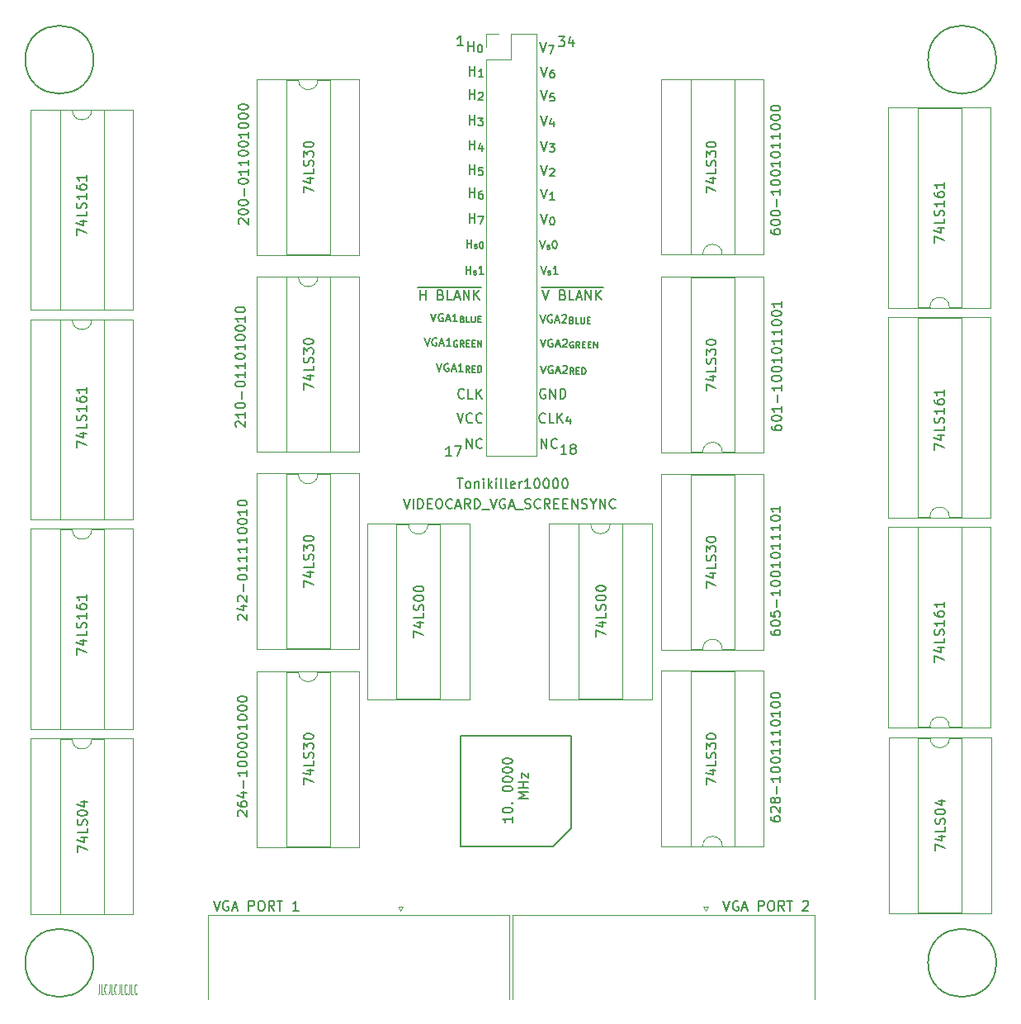
<source format=gbr>
%TF.GenerationSoftware,KiCad,Pcbnew,(6.0.5)*%
%TF.CreationDate,2022-10-16T21:35:54+03:00*%
%TF.ProjectId,VGA_SCREENSYNC,5647415f-5343-4524-9545-4e53594e432e,rev?*%
%TF.SameCoordinates,Original*%
%TF.FileFunction,Legend,Top*%
%TF.FilePolarity,Positive*%
%FSLAX46Y46*%
G04 Gerber Fmt 4.6, Leading zero omitted, Abs format (unit mm)*
G04 Created by KiCad (PCBNEW (6.0.5)) date 2022-10-16 21:35:54*
%MOMM*%
%LPD*%
G01*
G04 APERTURE LIST*
%ADD10C,0.010000*%
%ADD11C,0.200000*%
%ADD12C,0.160000*%
%ADD13C,0.150000*%
%ADD14C,0.120000*%
G04 APERTURE END LIST*
D10*
X56104761Y-140852380D02*
X56104761Y-141566666D01*
X56085714Y-141709523D01*
X56047619Y-141804761D01*
X55990476Y-141852380D01*
X55952380Y-141852380D01*
X56485714Y-141852380D02*
X56295238Y-141852380D01*
X56295238Y-140852380D01*
X56847619Y-141757142D02*
X56828571Y-141804761D01*
X56771428Y-141852380D01*
X56733333Y-141852380D01*
X56676190Y-141804761D01*
X56638095Y-141709523D01*
X56619047Y-141614285D01*
X56600000Y-141423809D01*
X56600000Y-141280952D01*
X56619047Y-141090476D01*
X56638095Y-140995238D01*
X56676190Y-140900000D01*
X56733333Y-140852380D01*
X56771428Y-140852380D01*
X56828571Y-140900000D01*
X56847619Y-140947619D01*
X57133333Y-140852380D02*
X57133333Y-141566666D01*
X57114285Y-141709523D01*
X57076190Y-141804761D01*
X57019047Y-141852380D01*
X56980952Y-141852380D01*
X57514285Y-141852380D02*
X57323809Y-141852380D01*
X57323809Y-140852380D01*
X57876190Y-141757142D02*
X57857142Y-141804761D01*
X57800000Y-141852380D01*
X57761904Y-141852380D01*
X57704761Y-141804761D01*
X57666666Y-141709523D01*
X57647619Y-141614285D01*
X57628571Y-141423809D01*
X57628571Y-141280952D01*
X57647619Y-141090476D01*
X57666666Y-140995238D01*
X57704761Y-140900000D01*
X57761904Y-140852380D01*
X57800000Y-140852380D01*
X57857142Y-140900000D01*
X57876190Y-140947619D01*
X58161904Y-140852380D02*
X58161904Y-141566666D01*
X58142857Y-141709523D01*
X58104761Y-141804761D01*
X58047619Y-141852380D01*
X58009523Y-141852380D01*
X58542857Y-141852380D02*
X58352380Y-141852380D01*
X58352380Y-140852380D01*
X58904761Y-141757142D02*
X58885714Y-141804761D01*
X58828571Y-141852380D01*
X58790476Y-141852380D01*
X58733333Y-141804761D01*
X58695238Y-141709523D01*
X58676190Y-141614285D01*
X58657142Y-141423809D01*
X58657142Y-141280952D01*
X58676190Y-141090476D01*
X58695238Y-140995238D01*
X58733333Y-140900000D01*
X58790476Y-140852380D01*
X58828571Y-140852380D01*
X58885714Y-140900000D01*
X58904761Y-140947619D01*
X59190476Y-140852380D02*
X59190476Y-141566666D01*
X59171428Y-141709523D01*
X59133333Y-141804761D01*
X59076190Y-141852380D01*
X59038095Y-141852380D01*
X59571428Y-141852380D02*
X59380952Y-141852380D01*
X59380952Y-140852380D01*
X59933333Y-141757142D02*
X59914285Y-141804761D01*
X59857142Y-141852380D01*
X59819047Y-141852380D01*
X59761904Y-141804761D01*
X59723809Y-141709523D01*
X59704761Y-141614285D01*
X59685714Y-141423809D01*
X59685714Y-141280952D01*
X59704761Y-141090476D01*
X59723809Y-140995238D01*
X59761904Y-140900000D01*
X59819047Y-140852380D01*
X59857142Y-140852380D01*
X59914285Y-140900000D01*
X59933333Y-140947619D01*
D11*
X148100000Y-46060000D02*
G75*
G03*
X148100000Y-46060000I-3500000J0D01*
G01*
X93410000Y-126750000D02*
X93110000Y-126750000D01*
X102610000Y-126750000D02*
X93410000Y-126750000D01*
X55500000Y-138660000D02*
G75*
G03*
X55500000Y-138660000I-3500000J0D01*
G01*
X93710000Y-115350000D02*
X103910000Y-115350000D01*
X55500000Y-46060000D02*
G75*
G03*
X55500000Y-46060000I-3500000J0D01*
G01*
X148100000Y-138660000D02*
G75*
G03*
X148100000Y-138660000I-3500000J0D01*
G01*
X93210000Y-115350000D02*
X93110000Y-115350000D01*
X93110000Y-126750000D02*
X93110000Y-126150000D01*
X104510000Y-116500000D02*
X104510000Y-115350000D01*
X93710000Y-115350000D02*
X93210000Y-115350000D01*
X104510000Y-124850000D02*
X102610000Y-126750000D01*
X104510000Y-115350000D02*
X103910000Y-115350000D01*
X93110000Y-115350000D02*
X93110000Y-115950000D01*
X104510000Y-116500000D02*
X104510000Y-124850000D01*
X93110000Y-126150000D02*
X93110000Y-115950000D01*
X92776666Y-82302380D02*
X93110000Y-83302380D01*
X93443333Y-82302380D01*
X94348095Y-83207142D02*
X94300476Y-83254761D01*
X94157619Y-83302380D01*
X94062380Y-83302380D01*
X93919523Y-83254761D01*
X93824285Y-83159523D01*
X93776666Y-83064285D01*
X93729047Y-82873809D01*
X93729047Y-82730952D01*
X93776666Y-82540476D01*
X93824285Y-82445238D01*
X93919523Y-82350000D01*
X94062380Y-82302380D01*
X94157619Y-82302380D01*
X94300476Y-82350000D01*
X94348095Y-82397619D01*
X95348095Y-83207142D02*
X95300476Y-83254761D01*
X95157619Y-83302380D01*
X95062380Y-83302380D01*
X94919523Y-83254761D01*
X94824285Y-83159523D01*
X94776666Y-83064285D01*
X94729047Y-82873809D01*
X94729047Y-82730952D01*
X94776666Y-82540476D01*
X94824285Y-82445238D01*
X94919523Y-82350000D01*
X95062380Y-82302380D01*
X95157619Y-82302380D01*
X95300476Y-82350000D01*
X95348095Y-82397619D01*
X124952380Y-123702857D02*
X124952380Y-123893333D01*
X125000000Y-123988571D01*
X125047619Y-124036190D01*
X125190476Y-124131428D01*
X125380952Y-124179047D01*
X125761904Y-124179047D01*
X125857142Y-124131428D01*
X125904761Y-124083809D01*
X125952380Y-123988571D01*
X125952380Y-123798095D01*
X125904761Y-123702857D01*
X125857142Y-123655238D01*
X125761904Y-123607619D01*
X125523809Y-123607619D01*
X125428571Y-123655238D01*
X125380952Y-123702857D01*
X125333333Y-123798095D01*
X125333333Y-123988571D01*
X125380952Y-124083809D01*
X125428571Y-124131428D01*
X125523809Y-124179047D01*
X125047619Y-123226666D02*
X125000000Y-123179047D01*
X124952380Y-123083809D01*
X124952380Y-122845714D01*
X125000000Y-122750476D01*
X125047619Y-122702857D01*
X125142857Y-122655238D01*
X125238095Y-122655238D01*
X125380952Y-122702857D01*
X125952380Y-123274285D01*
X125952380Y-122655238D01*
X125380952Y-122083809D02*
X125333333Y-122179047D01*
X125285714Y-122226666D01*
X125190476Y-122274285D01*
X125142857Y-122274285D01*
X125047619Y-122226666D01*
X125000000Y-122179047D01*
X124952380Y-122083809D01*
X124952380Y-121893333D01*
X125000000Y-121798095D01*
X125047619Y-121750476D01*
X125142857Y-121702857D01*
X125190476Y-121702857D01*
X125285714Y-121750476D01*
X125333333Y-121798095D01*
X125380952Y-121893333D01*
X125380952Y-122083809D01*
X125428571Y-122179047D01*
X125476190Y-122226666D01*
X125571428Y-122274285D01*
X125761904Y-122274285D01*
X125857142Y-122226666D01*
X125904761Y-122179047D01*
X125952380Y-122083809D01*
X125952380Y-121893333D01*
X125904761Y-121798095D01*
X125857142Y-121750476D01*
X125761904Y-121702857D01*
X125571428Y-121702857D01*
X125476190Y-121750476D01*
X125428571Y-121798095D01*
X125380952Y-121893333D01*
X125571428Y-121274285D02*
X125571428Y-120512380D01*
X125952380Y-119512380D02*
X125952380Y-120083809D01*
X125952380Y-119798095D02*
X124952380Y-119798095D01*
X125095238Y-119893333D01*
X125190476Y-119988571D01*
X125238095Y-120083809D01*
X124952380Y-118893333D02*
X124952380Y-118798095D01*
X125000000Y-118702857D01*
X125047619Y-118655238D01*
X125142857Y-118607619D01*
X125333333Y-118560000D01*
X125571428Y-118560000D01*
X125761904Y-118607619D01*
X125857142Y-118655238D01*
X125904761Y-118702857D01*
X125952380Y-118798095D01*
X125952380Y-118893333D01*
X125904761Y-118988571D01*
X125857142Y-119036190D01*
X125761904Y-119083809D01*
X125571428Y-119131428D01*
X125333333Y-119131428D01*
X125142857Y-119083809D01*
X125047619Y-119036190D01*
X125000000Y-118988571D01*
X124952380Y-118893333D01*
X124952380Y-117940952D02*
X124952380Y-117845714D01*
X125000000Y-117750476D01*
X125047619Y-117702857D01*
X125142857Y-117655238D01*
X125333333Y-117607619D01*
X125571428Y-117607619D01*
X125761904Y-117655238D01*
X125857142Y-117702857D01*
X125904761Y-117750476D01*
X125952380Y-117845714D01*
X125952380Y-117940952D01*
X125904761Y-118036190D01*
X125857142Y-118083809D01*
X125761904Y-118131428D01*
X125571428Y-118179047D01*
X125333333Y-118179047D01*
X125142857Y-118131428D01*
X125047619Y-118083809D01*
X125000000Y-118036190D01*
X124952380Y-117940952D01*
X125952380Y-116655238D02*
X125952380Y-117226666D01*
X125952380Y-116940952D02*
X124952380Y-116940952D01*
X125095238Y-117036190D01*
X125190476Y-117131428D01*
X125238095Y-117226666D01*
X125952380Y-115702857D02*
X125952380Y-116274285D01*
X125952380Y-115988571D02*
X124952380Y-115988571D01*
X125095238Y-116083809D01*
X125190476Y-116179047D01*
X125238095Y-116274285D01*
X125952380Y-114750476D02*
X125952380Y-115321904D01*
X125952380Y-115036190D02*
X124952380Y-115036190D01*
X125095238Y-115131428D01*
X125190476Y-115226666D01*
X125238095Y-115321904D01*
X124952380Y-114131428D02*
X124952380Y-114036190D01*
X125000000Y-113940952D01*
X125047619Y-113893333D01*
X125142857Y-113845714D01*
X125333333Y-113798095D01*
X125571428Y-113798095D01*
X125761904Y-113845714D01*
X125857142Y-113893333D01*
X125904761Y-113940952D01*
X125952380Y-114036190D01*
X125952380Y-114131428D01*
X125904761Y-114226666D01*
X125857142Y-114274285D01*
X125761904Y-114321904D01*
X125571428Y-114369523D01*
X125333333Y-114369523D01*
X125142857Y-114321904D01*
X125047619Y-114274285D01*
X125000000Y-114226666D01*
X124952380Y-114131428D01*
X125952380Y-112845714D02*
X125952380Y-113417142D01*
X125952380Y-113131428D02*
X124952380Y-113131428D01*
X125095238Y-113226666D01*
X125190476Y-113321904D01*
X125238095Y-113417142D01*
X124952380Y-112226666D02*
X124952380Y-112131428D01*
X125000000Y-112036190D01*
X125047619Y-111988571D01*
X125142857Y-111940952D01*
X125333333Y-111893333D01*
X125571428Y-111893333D01*
X125761904Y-111940952D01*
X125857142Y-111988571D01*
X125904761Y-112036190D01*
X125952380Y-112131428D01*
X125952380Y-112226666D01*
X125904761Y-112321904D01*
X125857142Y-112369523D01*
X125761904Y-112417142D01*
X125571428Y-112464761D01*
X125333333Y-112464761D01*
X125142857Y-112417142D01*
X125047619Y-112369523D01*
X125000000Y-112321904D01*
X124952380Y-112226666D01*
X124952380Y-111274285D02*
X124952380Y-111179047D01*
X125000000Y-111083809D01*
X125047619Y-111036190D01*
X125142857Y-110988571D01*
X125333333Y-110940952D01*
X125571428Y-110940952D01*
X125761904Y-110988571D01*
X125857142Y-111036190D01*
X125904761Y-111083809D01*
X125952380Y-111179047D01*
X125952380Y-111274285D01*
X125904761Y-111369523D01*
X125857142Y-111417142D01*
X125761904Y-111464761D01*
X125571428Y-111512380D01*
X125333333Y-111512380D01*
X125142857Y-111464761D01*
X125047619Y-111417142D01*
X125000000Y-111369523D01*
X124952380Y-111274285D01*
X125052380Y-83602857D02*
X125052380Y-83793333D01*
X125100000Y-83888571D01*
X125147619Y-83936190D01*
X125290476Y-84031428D01*
X125480952Y-84079047D01*
X125861904Y-84079047D01*
X125957142Y-84031428D01*
X126004761Y-83983809D01*
X126052380Y-83888571D01*
X126052380Y-83698095D01*
X126004761Y-83602857D01*
X125957142Y-83555238D01*
X125861904Y-83507619D01*
X125623809Y-83507619D01*
X125528571Y-83555238D01*
X125480952Y-83602857D01*
X125433333Y-83698095D01*
X125433333Y-83888571D01*
X125480952Y-83983809D01*
X125528571Y-84031428D01*
X125623809Y-84079047D01*
X125052380Y-82888571D02*
X125052380Y-82793333D01*
X125100000Y-82698095D01*
X125147619Y-82650476D01*
X125242857Y-82602857D01*
X125433333Y-82555238D01*
X125671428Y-82555238D01*
X125861904Y-82602857D01*
X125957142Y-82650476D01*
X126004761Y-82698095D01*
X126052380Y-82793333D01*
X126052380Y-82888571D01*
X126004761Y-82983809D01*
X125957142Y-83031428D01*
X125861904Y-83079047D01*
X125671428Y-83126666D01*
X125433333Y-83126666D01*
X125242857Y-83079047D01*
X125147619Y-83031428D01*
X125100000Y-82983809D01*
X125052380Y-82888571D01*
X126052380Y-81602857D02*
X126052380Y-82174285D01*
X126052380Y-81888571D02*
X125052380Y-81888571D01*
X125195238Y-81983809D01*
X125290476Y-82079047D01*
X125338095Y-82174285D01*
X125671428Y-81174285D02*
X125671428Y-80412380D01*
X126052380Y-79412380D02*
X126052380Y-79983809D01*
X126052380Y-79698095D02*
X125052380Y-79698095D01*
X125195238Y-79793333D01*
X125290476Y-79888571D01*
X125338095Y-79983809D01*
X125052380Y-78793333D02*
X125052380Y-78698095D01*
X125100000Y-78602857D01*
X125147619Y-78555238D01*
X125242857Y-78507619D01*
X125433333Y-78460000D01*
X125671428Y-78460000D01*
X125861904Y-78507619D01*
X125957142Y-78555238D01*
X126004761Y-78602857D01*
X126052380Y-78698095D01*
X126052380Y-78793333D01*
X126004761Y-78888571D01*
X125957142Y-78936190D01*
X125861904Y-78983809D01*
X125671428Y-79031428D01*
X125433333Y-79031428D01*
X125242857Y-78983809D01*
X125147619Y-78936190D01*
X125100000Y-78888571D01*
X125052380Y-78793333D01*
X125052380Y-77840952D02*
X125052380Y-77745714D01*
X125100000Y-77650476D01*
X125147619Y-77602857D01*
X125242857Y-77555238D01*
X125433333Y-77507619D01*
X125671428Y-77507619D01*
X125861904Y-77555238D01*
X125957142Y-77602857D01*
X126004761Y-77650476D01*
X126052380Y-77745714D01*
X126052380Y-77840952D01*
X126004761Y-77936190D01*
X125957142Y-77983809D01*
X125861904Y-78031428D01*
X125671428Y-78079047D01*
X125433333Y-78079047D01*
X125242857Y-78031428D01*
X125147619Y-77983809D01*
X125100000Y-77936190D01*
X125052380Y-77840952D01*
X126052380Y-76555238D02*
X126052380Y-77126666D01*
X126052380Y-76840952D02*
X125052380Y-76840952D01*
X125195238Y-76936190D01*
X125290476Y-77031428D01*
X125338095Y-77126666D01*
X125052380Y-75936190D02*
X125052380Y-75840952D01*
X125100000Y-75745714D01*
X125147619Y-75698095D01*
X125242857Y-75650476D01*
X125433333Y-75602857D01*
X125671428Y-75602857D01*
X125861904Y-75650476D01*
X125957142Y-75698095D01*
X126004761Y-75745714D01*
X126052380Y-75840952D01*
X126052380Y-75936190D01*
X126004761Y-76031428D01*
X125957142Y-76079047D01*
X125861904Y-76126666D01*
X125671428Y-76174285D01*
X125433333Y-76174285D01*
X125242857Y-76126666D01*
X125147619Y-76079047D01*
X125100000Y-76031428D01*
X125052380Y-75936190D01*
X126052380Y-74650476D02*
X126052380Y-75221904D01*
X126052380Y-74936190D02*
X125052380Y-74936190D01*
X125195238Y-75031428D01*
X125290476Y-75126666D01*
X125338095Y-75221904D01*
X126052380Y-73698095D02*
X126052380Y-74269523D01*
X126052380Y-73983809D02*
X125052380Y-73983809D01*
X125195238Y-74079047D01*
X125290476Y-74174285D01*
X125338095Y-74269523D01*
X125052380Y-73079047D02*
X125052380Y-72983809D01*
X125100000Y-72888571D01*
X125147619Y-72840952D01*
X125242857Y-72793333D01*
X125433333Y-72745714D01*
X125671428Y-72745714D01*
X125861904Y-72793333D01*
X125957142Y-72840952D01*
X126004761Y-72888571D01*
X126052380Y-72983809D01*
X126052380Y-73079047D01*
X126004761Y-73174285D01*
X125957142Y-73221904D01*
X125861904Y-73269523D01*
X125671428Y-73317142D01*
X125433333Y-73317142D01*
X125242857Y-73269523D01*
X125147619Y-73221904D01*
X125100000Y-73174285D01*
X125052380Y-73079047D01*
X125052380Y-72126666D02*
X125052380Y-72031428D01*
X125100000Y-71936190D01*
X125147619Y-71888571D01*
X125242857Y-71840952D01*
X125433333Y-71793333D01*
X125671428Y-71793333D01*
X125861904Y-71840952D01*
X125957142Y-71888571D01*
X126004761Y-71936190D01*
X126052380Y-72031428D01*
X126052380Y-72126666D01*
X126004761Y-72221904D01*
X125957142Y-72269523D01*
X125861904Y-72317142D01*
X125671428Y-72364761D01*
X125433333Y-72364761D01*
X125242857Y-72317142D01*
X125147619Y-72269523D01*
X125100000Y-72221904D01*
X125052380Y-72126666D01*
X126052380Y-70840952D02*
X126052380Y-71412380D01*
X126052380Y-71126666D02*
X125052380Y-71126666D01*
X125195238Y-71221904D01*
X125290476Y-71317142D01*
X125338095Y-71412380D01*
X87281428Y-91102380D02*
X87614761Y-92102380D01*
X87948095Y-91102380D01*
X88281428Y-92102380D02*
X88281428Y-91102380D01*
X88757619Y-92102380D02*
X88757619Y-91102380D01*
X88995714Y-91102380D01*
X89138571Y-91150000D01*
X89233809Y-91245238D01*
X89281428Y-91340476D01*
X89329047Y-91530952D01*
X89329047Y-91673809D01*
X89281428Y-91864285D01*
X89233809Y-91959523D01*
X89138571Y-92054761D01*
X88995714Y-92102380D01*
X88757619Y-92102380D01*
X89757619Y-91578571D02*
X90090952Y-91578571D01*
X90233809Y-92102380D02*
X89757619Y-92102380D01*
X89757619Y-91102380D01*
X90233809Y-91102380D01*
X90852857Y-91102380D02*
X91043333Y-91102380D01*
X91138571Y-91150000D01*
X91233809Y-91245238D01*
X91281428Y-91435714D01*
X91281428Y-91769047D01*
X91233809Y-91959523D01*
X91138571Y-92054761D01*
X91043333Y-92102380D01*
X90852857Y-92102380D01*
X90757619Y-92054761D01*
X90662380Y-91959523D01*
X90614761Y-91769047D01*
X90614761Y-91435714D01*
X90662380Y-91245238D01*
X90757619Y-91150000D01*
X90852857Y-91102380D01*
X92281428Y-92007142D02*
X92233809Y-92054761D01*
X92090952Y-92102380D01*
X91995714Y-92102380D01*
X91852857Y-92054761D01*
X91757619Y-91959523D01*
X91710000Y-91864285D01*
X91662380Y-91673809D01*
X91662380Y-91530952D01*
X91710000Y-91340476D01*
X91757619Y-91245238D01*
X91852857Y-91150000D01*
X91995714Y-91102380D01*
X92090952Y-91102380D01*
X92233809Y-91150000D01*
X92281428Y-91197619D01*
X92662380Y-91816666D02*
X93138571Y-91816666D01*
X92567142Y-92102380D02*
X92900476Y-91102380D01*
X93233809Y-92102380D01*
X94138571Y-92102380D02*
X93805238Y-91626190D01*
X93567142Y-92102380D02*
X93567142Y-91102380D01*
X93948095Y-91102380D01*
X94043333Y-91150000D01*
X94090952Y-91197619D01*
X94138571Y-91292857D01*
X94138571Y-91435714D01*
X94090952Y-91530952D01*
X94043333Y-91578571D01*
X93948095Y-91626190D01*
X93567142Y-91626190D01*
X94567142Y-92102380D02*
X94567142Y-91102380D01*
X94805238Y-91102380D01*
X94948095Y-91150000D01*
X95043333Y-91245238D01*
X95090952Y-91340476D01*
X95138571Y-91530952D01*
X95138571Y-91673809D01*
X95090952Y-91864285D01*
X95043333Y-91959523D01*
X94948095Y-92054761D01*
X94805238Y-92102380D01*
X94567142Y-92102380D01*
X95329047Y-92197619D02*
X96090952Y-92197619D01*
X96186190Y-91102380D02*
X96519523Y-92102380D01*
X96852857Y-91102380D01*
X97710000Y-91150000D02*
X97614761Y-91102380D01*
X97471904Y-91102380D01*
X97329047Y-91150000D01*
X97233809Y-91245238D01*
X97186190Y-91340476D01*
X97138571Y-91530952D01*
X97138571Y-91673809D01*
X97186190Y-91864285D01*
X97233809Y-91959523D01*
X97329047Y-92054761D01*
X97471904Y-92102380D01*
X97567142Y-92102380D01*
X97710000Y-92054761D01*
X97757619Y-92007142D01*
X97757619Y-91673809D01*
X97567142Y-91673809D01*
X98138571Y-91816666D02*
X98614761Y-91816666D01*
X98043333Y-92102380D02*
X98376666Y-91102380D01*
X98710000Y-92102380D01*
X98805238Y-92197619D02*
X99567142Y-92197619D01*
X99757619Y-92054761D02*
X99900476Y-92102380D01*
X100138571Y-92102380D01*
X100233809Y-92054761D01*
X100281428Y-92007142D01*
X100329047Y-91911904D01*
X100329047Y-91816666D01*
X100281428Y-91721428D01*
X100233809Y-91673809D01*
X100138571Y-91626190D01*
X99948095Y-91578571D01*
X99852857Y-91530952D01*
X99805238Y-91483333D01*
X99757619Y-91388095D01*
X99757619Y-91292857D01*
X99805238Y-91197619D01*
X99852857Y-91150000D01*
X99948095Y-91102380D01*
X100186190Y-91102380D01*
X100329047Y-91150000D01*
X101329047Y-92007142D02*
X101281428Y-92054761D01*
X101138571Y-92102380D01*
X101043333Y-92102380D01*
X100900476Y-92054761D01*
X100805238Y-91959523D01*
X100757619Y-91864285D01*
X100710000Y-91673809D01*
X100710000Y-91530952D01*
X100757619Y-91340476D01*
X100805238Y-91245238D01*
X100900476Y-91150000D01*
X101043333Y-91102380D01*
X101138571Y-91102380D01*
X101281428Y-91150000D01*
X101329047Y-91197619D01*
X102329047Y-92102380D02*
X101995714Y-91626190D01*
X101757619Y-92102380D02*
X101757619Y-91102380D01*
X102138571Y-91102380D01*
X102233809Y-91150000D01*
X102281428Y-91197619D01*
X102329047Y-91292857D01*
X102329047Y-91435714D01*
X102281428Y-91530952D01*
X102233809Y-91578571D01*
X102138571Y-91626190D01*
X101757619Y-91626190D01*
X102757619Y-91578571D02*
X103090952Y-91578571D01*
X103233809Y-92102380D02*
X102757619Y-92102380D01*
X102757619Y-91102380D01*
X103233809Y-91102380D01*
X103662380Y-91578571D02*
X103995714Y-91578571D01*
X104138571Y-92102380D02*
X103662380Y-92102380D01*
X103662380Y-91102380D01*
X104138571Y-91102380D01*
X104567142Y-92102380D02*
X104567142Y-91102380D01*
X105138571Y-92102380D01*
X105138571Y-91102380D01*
X105567142Y-92054761D02*
X105710000Y-92102380D01*
X105948095Y-92102380D01*
X106043333Y-92054761D01*
X106090952Y-92007142D01*
X106138571Y-91911904D01*
X106138571Y-91816666D01*
X106090952Y-91721428D01*
X106043333Y-91673809D01*
X105948095Y-91626190D01*
X105757619Y-91578571D01*
X105662380Y-91530952D01*
X105614761Y-91483333D01*
X105567142Y-91388095D01*
X105567142Y-91292857D01*
X105614761Y-91197619D01*
X105662380Y-91150000D01*
X105757619Y-91102380D01*
X105995714Y-91102380D01*
X106138571Y-91150000D01*
X106757619Y-91626190D02*
X106757619Y-92102380D01*
X106424285Y-91102380D02*
X106757619Y-91626190D01*
X107090952Y-91102380D01*
X107424285Y-92102380D02*
X107424285Y-91102380D01*
X107995714Y-92102380D01*
X107995714Y-91102380D01*
X109043333Y-92007142D02*
X108995714Y-92054761D01*
X108852857Y-92102380D01*
X108757619Y-92102380D01*
X108614761Y-92054761D01*
X108519523Y-91959523D01*
X108471904Y-91864285D01*
X108424285Y-91673809D01*
X108424285Y-91530952D01*
X108471904Y-91340476D01*
X108519523Y-91245238D01*
X108614761Y-91150000D01*
X108757619Y-91102380D01*
X108852857Y-91102380D01*
X108995714Y-91150000D01*
X109043333Y-91197619D01*
D12*
X90690000Y-77211904D02*
X90956666Y-78011904D01*
X91223333Y-77211904D01*
X91909047Y-77250000D02*
X91832857Y-77211904D01*
X91718571Y-77211904D01*
X91604285Y-77250000D01*
X91528095Y-77326190D01*
X91490000Y-77402380D01*
X91451904Y-77554761D01*
X91451904Y-77669047D01*
X91490000Y-77821428D01*
X91528095Y-77897619D01*
X91604285Y-77973809D01*
X91718571Y-78011904D01*
X91794761Y-78011904D01*
X91909047Y-77973809D01*
X91947142Y-77935714D01*
X91947142Y-77669047D01*
X91794761Y-77669047D01*
X92251904Y-77783333D02*
X92632857Y-77783333D01*
X92175714Y-78011904D02*
X92442380Y-77211904D01*
X92709047Y-78011904D01*
X93394761Y-78011904D02*
X92937619Y-78011904D01*
X93166190Y-78011904D02*
X93166190Y-77211904D01*
X93090000Y-77326190D01*
X93013809Y-77402380D01*
X92937619Y-77440476D01*
X94065238Y-78099523D02*
X93851904Y-77794761D01*
X93699523Y-78099523D02*
X93699523Y-77459523D01*
X93943333Y-77459523D01*
X94004285Y-77490000D01*
X94034761Y-77520476D01*
X94065238Y-77581428D01*
X94065238Y-77672857D01*
X94034761Y-77733809D01*
X94004285Y-77764285D01*
X93943333Y-77794761D01*
X93699523Y-77794761D01*
X94339523Y-77764285D02*
X94552857Y-77764285D01*
X94644285Y-78099523D02*
X94339523Y-78099523D01*
X94339523Y-77459523D01*
X94644285Y-77459523D01*
X94918571Y-78099523D02*
X94918571Y-77459523D01*
X95070952Y-77459523D01*
X95162380Y-77490000D01*
X95223333Y-77550952D01*
X95253809Y-77611904D01*
X95284285Y-77733809D01*
X95284285Y-77825238D01*
X95253809Y-77947142D01*
X95223333Y-78008095D01*
X95162380Y-78069047D01*
X95070952Y-78099523D01*
X94918571Y-78099523D01*
D11*
X70347619Y-123602857D02*
X70300000Y-123555238D01*
X70252380Y-123460000D01*
X70252380Y-123221904D01*
X70300000Y-123126666D01*
X70347619Y-123079047D01*
X70442857Y-123031428D01*
X70538095Y-123031428D01*
X70680952Y-123079047D01*
X71252380Y-123650476D01*
X71252380Y-123031428D01*
X70252380Y-122174285D02*
X70252380Y-122364761D01*
X70300000Y-122460000D01*
X70347619Y-122507619D01*
X70490476Y-122602857D01*
X70680952Y-122650476D01*
X71061904Y-122650476D01*
X71157142Y-122602857D01*
X71204761Y-122555238D01*
X71252380Y-122460000D01*
X71252380Y-122269523D01*
X71204761Y-122174285D01*
X71157142Y-122126666D01*
X71061904Y-122079047D01*
X70823809Y-122079047D01*
X70728571Y-122126666D01*
X70680952Y-122174285D01*
X70633333Y-122269523D01*
X70633333Y-122460000D01*
X70680952Y-122555238D01*
X70728571Y-122602857D01*
X70823809Y-122650476D01*
X70585714Y-121221904D02*
X71252380Y-121221904D01*
X70204761Y-121460000D02*
X70919047Y-121698095D01*
X70919047Y-121079047D01*
X70871428Y-120698095D02*
X70871428Y-119936190D01*
X71252380Y-118936190D02*
X71252380Y-119507619D01*
X71252380Y-119221904D02*
X70252380Y-119221904D01*
X70395238Y-119317142D01*
X70490476Y-119412380D01*
X70538095Y-119507619D01*
X70252380Y-118317142D02*
X70252380Y-118221904D01*
X70300000Y-118126666D01*
X70347619Y-118079047D01*
X70442857Y-118031428D01*
X70633333Y-117983809D01*
X70871428Y-117983809D01*
X71061904Y-118031428D01*
X71157142Y-118079047D01*
X71204761Y-118126666D01*
X71252380Y-118221904D01*
X71252380Y-118317142D01*
X71204761Y-118412380D01*
X71157142Y-118460000D01*
X71061904Y-118507619D01*
X70871428Y-118555238D01*
X70633333Y-118555238D01*
X70442857Y-118507619D01*
X70347619Y-118460000D01*
X70300000Y-118412380D01*
X70252380Y-118317142D01*
X70252380Y-117364761D02*
X70252380Y-117269523D01*
X70300000Y-117174285D01*
X70347619Y-117126666D01*
X70442857Y-117079047D01*
X70633333Y-117031428D01*
X70871428Y-117031428D01*
X71061904Y-117079047D01*
X71157142Y-117126666D01*
X71204761Y-117174285D01*
X71252380Y-117269523D01*
X71252380Y-117364761D01*
X71204761Y-117460000D01*
X71157142Y-117507619D01*
X71061904Y-117555238D01*
X70871428Y-117602857D01*
X70633333Y-117602857D01*
X70442857Y-117555238D01*
X70347619Y-117507619D01*
X70300000Y-117460000D01*
X70252380Y-117364761D01*
X70252380Y-116412380D02*
X70252380Y-116317142D01*
X70300000Y-116221904D01*
X70347619Y-116174285D01*
X70442857Y-116126666D01*
X70633333Y-116079047D01*
X70871428Y-116079047D01*
X71061904Y-116126666D01*
X71157142Y-116174285D01*
X71204761Y-116221904D01*
X71252380Y-116317142D01*
X71252380Y-116412380D01*
X71204761Y-116507619D01*
X71157142Y-116555238D01*
X71061904Y-116602857D01*
X70871428Y-116650476D01*
X70633333Y-116650476D01*
X70442857Y-116602857D01*
X70347619Y-116555238D01*
X70300000Y-116507619D01*
X70252380Y-116412380D01*
X70252380Y-115460000D02*
X70252380Y-115364761D01*
X70300000Y-115269523D01*
X70347619Y-115221904D01*
X70442857Y-115174285D01*
X70633333Y-115126666D01*
X70871428Y-115126666D01*
X71061904Y-115174285D01*
X71157142Y-115221904D01*
X71204761Y-115269523D01*
X71252380Y-115364761D01*
X71252380Y-115460000D01*
X71204761Y-115555238D01*
X71157142Y-115602857D01*
X71061904Y-115650476D01*
X70871428Y-115698095D01*
X70633333Y-115698095D01*
X70442857Y-115650476D01*
X70347619Y-115602857D01*
X70300000Y-115555238D01*
X70252380Y-115460000D01*
X71252380Y-114174285D02*
X71252380Y-114745714D01*
X71252380Y-114460000D02*
X70252380Y-114460000D01*
X70395238Y-114555238D01*
X70490476Y-114650476D01*
X70538095Y-114745714D01*
X70252380Y-113555238D02*
X70252380Y-113460000D01*
X70300000Y-113364761D01*
X70347619Y-113317142D01*
X70442857Y-113269523D01*
X70633333Y-113221904D01*
X70871428Y-113221904D01*
X71061904Y-113269523D01*
X71157142Y-113317142D01*
X71204761Y-113364761D01*
X71252380Y-113460000D01*
X71252380Y-113555238D01*
X71204761Y-113650476D01*
X71157142Y-113698095D01*
X71061904Y-113745714D01*
X70871428Y-113793333D01*
X70633333Y-113793333D01*
X70442857Y-113745714D01*
X70347619Y-113698095D01*
X70300000Y-113650476D01*
X70252380Y-113555238D01*
X70252380Y-112602857D02*
X70252380Y-112507619D01*
X70300000Y-112412380D01*
X70347619Y-112364761D01*
X70442857Y-112317142D01*
X70633333Y-112269523D01*
X70871428Y-112269523D01*
X71061904Y-112317142D01*
X71157142Y-112364761D01*
X71204761Y-112412380D01*
X71252380Y-112507619D01*
X71252380Y-112602857D01*
X71204761Y-112698095D01*
X71157142Y-112745714D01*
X71061904Y-112793333D01*
X70871428Y-112840952D01*
X70633333Y-112840952D01*
X70442857Y-112793333D01*
X70347619Y-112745714D01*
X70300000Y-112698095D01*
X70252380Y-112602857D01*
X70252380Y-111650476D02*
X70252380Y-111555238D01*
X70300000Y-111460000D01*
X70347619Y-111412380D01*
X70442857Y-111364761D01*
X70633333Y-111317142D01*
X70871428Y-111317142D01*
X71061904Y-111364761D01*
X71157142Y-111412380D01*
X71204761Y-111460000D01*
X71252380Y-111555238D01*
X71252380Y-111650476D01*
X71204761Y-111745714D01*
X71157142Y-111793333D01*
X71061904Y-111840952D01*
X70871428Y-111888571D01*
X70633333Y-111888571D01*
X70442857Y-111840952D01*
X70347619Y-111793333D01*
X70300000Y-111745714D01*
X70252380Y-111650476D01*
X70147619Y-83702857D02*
X70100000Y-83655238D01*
X70052380Y-83560000D01*
X70052380Y-83321904D01*
X70100000Y-83226666D01*
X70147619Y-83179047D01*
X70242857Y-83131428D01*
X70338095Y-83131428D01*
X70480952Y-83179047D01*
X71052380Y-83750476D01*
X71052380Y-83131428D01*
X71052380Y-82179047D02*
X71052380Y-82750476D01*
X71052380Y-82464761D02*
X70052380Y-82464761D01*
X70195238Y-82560000D01*
X70290476Y-82655238D01*
X70338095Y-82750476D01*
X70052380Y-81560000D02*
X70052380Y-81464761D01*
X70100000Y-81369523D01*
X70147619Y-81321904D01*
X70242857Y-81274285D01*
X70433333Y-81226666D01*
X70671428Y-81226666D01*
X70861904Y-81274285D01*
X70957142Y-81321904D01*
X71004761Y-81369523D01*
X71052380Y-81464761D01*
X71052380Y-81560000D01*
X71004761Y-81655238D01*
X70957142Y-81702857D01*
X70861904Y-81750476D01*
X70671428Y-81798095D01*
X70433333Y-81798095D01*
X70242857Y-81750476D01*
X70147619Y-81702857D01*
X70100000Y-81655238D01*
X70052380Y-81560000D01*
X70671428Y-80798095D02*
X70671428Y-80036190D01*
X70052380Y-79369523D02*
X70052380Y-79274285D01*
X70100000Y-79179047D01*
X70147619Y-79131428D01*
X70242857Y-79083809D01*
X70433333Y-79036190D01*
X70671428Y-79036190D01*
X70861904Y-79083809D01*
X70957142Y-79131428D01*
X71004761Y-79179047D01*
X71052380Y-79274285D01*
X71052380Y-79369523D01*
X71004761Y-79464761D01*
X70957142Y-79512380D01*
X70861904Y-79560000D01*
X70671428Y-79607619D01*
X70433333Y-79607619D01*
X70242857Y-79560000D01*
X70147619Y-79512380D01*
X70100000Y-79464761D01*
X70052380Y-79369523D01*
X71052380Y-78083809D02*
X71052380Y-78655238D01*
X71052380Y-78369523D02*
X70052380Y-78369523D01*
X70195238Y-78464761D01*
X70290476Y-78560000D01*
X70338095Y-78655238D01*
X71052380Y-77131428D02*
X71052380Y-77702857D01*
X71052380Y-77417142D02*
X70052380Y-77417142D01*
X70195238Y-77512380D01*
X70290476Y-77607619D01*
X70338095Y-77702857D01*
X70052380Y-76512380D02*
X70052380Y-76417142D01*
X70100000Y-76321904D01*
X70147619Y-76274285D01*
X70242857Y-76226666D01*
X70433333Y-76179047D01*
X70671428Y-76179047D01*
X70861904Y-76226666D01*
X70957142Y-76274285D01*
X71004761Y-76321904D01*
X71052380Y-76417142D01*
X71052380Y-76512380D01*
X71004761Y-76607619D01*
X70957142Y-76655238D01*
X70861904Y-76702857D01*
X70671428Y-76750476D01*
X70433333Y-76750476D01*
X70242857Y-76702857D01*
X70147619Y-76655238D01*
X70100000Y-76607619D01*
X70052380Y-76512380D01*
X71052380Y-75226666D02*
X71052380Y-75798095D01*
X71052380Y-75512380D02*
X70052380Y-75512380D01*
X70195238Y-75607619D01*
X70290476Y-75702857D01*
X70338095Y-75798095D01*
X70052380Y-74607619D02*
X70052380Y-74512380D01*
X70100000Y-74417142D01*
X70147619Y-74369523D01*
X70242857Y-74321904D01*
X70433333Y-74274285D01*
X70671428Y-74274285D01*
X70861904Y-74321904D01*
X70957142Y-74369523D01*
X71004761Y-74417142D01*
X71052380Y-74512380D01*
X71052380Y-74607619D01*
X71004761Y-74702857D01*
X70957142Y-74750476D01*
X70861904Y-74798095D01*
X70671428Y-74845714D01*
X70433333Y-74845714D01*
X70242857Y-74798095D01*
X70147619Y-74750476D01*
X70100000Y-74702857D01*
X70052380Y-74607619D01*
X70052380Y-73655238D02*
X70052380Y-73560000D01*
X70100000Y-73464761D01*
X70147619Y-73417142D01*
X70242857Y-73369523D01*
X70433333Y-73321904D01*
X70671428Y-73321904D01*
X70861904Y-73369523D01*
X70957142Y-73417142D01*
X71004761Y-73464761D01*
X71052380Y-73560000D01*
X71052380Y-73655238D01*
X71004761Y-73750476D01*
X70957142Y-73798095D01*
X70861904Y-73845714D01*
X70671428Y-73893333D01*
X70433333Y-73893333D01*
X70242857Y-73845714D01*
X70147619Y-73798095D01*
X70100000Y-73750476D01*
X70052380Y-73655238D01*
X71052380Y-72369523D02*
X71052380Y-72940952D01*
X71052380Y-72655238D02*
X70052380Y-72655238D01*
X70195238Y-72750476D01*
X70290476Y-72845714D01*
X70338095Y-72940952D01*
X70052380Y-71750476D02*
X70052380Y-71655238D01*
X70100000Y-71560000D01*
X70147619Y-71512380D01*
X70242857Y-71464761D01*
X70433333Y-71417142D01*
X70671428Y-71417142D01*
X70861904Y-71464761D01*
X70957142Y-71512380D01*
X71004761Y-71560000D01*
X71052380Y-71655238D01*
X71052380Y-71750476D01*
X71004761Y-71845714D01*
X70957142Y-71893333D01*
X70861904Y-71940952D01*
X70671428Y-71988571D01*
X70433333Y-71988571D01*
X70242857Y-71940952D01*
X70147619Y-71893333D01*
X70100000Y-71845714D01*
X70052380Y-71750476D01*
X101395714Y-56902380D02*
X101729047Y-57902380D01*
X102062380Y-56902380D01*
X102310000Y-57288095D02*
X102348095Y-57250000D01*
X102424285Y-57211904D01*
X102614761Y-57211904D01*
X102690952Y-57250000D01*
X102729047Y-57288095D01*
X102767142Y-57364285D01*
X102767142Y-57440476D01*
X102729047Y-57554761D01*
X102271904Y-58011904D01*
X102767142Y-58011904D01*
X93395714Y-44602380D02*
X92824285Y-44602380D01*
X93110000Y-44602380D02*
X93110000Y-43602380D01*
X93014761Y-43745238D01*
X92919523Y-43840476D01*
X92824285Y-43888095D01*
X70347619Y-103502857D02*
X70300000Y-103455238D01*
X70252380Y-103360000D01*
X70252380Y-103121904D01*
X70300000Y-103026666D01*
X70347619Y-102979047D01*
X70442857Y-102931428D01*
X70538095Y-102931428D01*
X70680952Y-102979047D01*
X71252380Y-103550476D01*
X71252380Y-102931428D01*
X70585714Y-102074285D02*
X71252380Y-102074285D01*
X70204761Y-102312380D02*
X70919047Y-102550476D01*
X70919047Y-101931428D01*
X70347619Y-101598095D02*
X70300000Y-101550476D01*
X70252380Y-101455238D01*
X70252380Y-101217142D01*
X70300000Y-101121904D01*
X70347619Y-101074285D01*
X70442857Y-101026666D01*
X70538095Y-101026666D01*
X70680952Y-101074285D01*
X71252380Y-101645714D01*
X71252380Y-101026666D01*
X70871428Y-100598095D02*
X70871428Y-99836190D01*
X70252380Y-99169523D02*
X70252380Y-99074285D01*
X70300000Y-98979047D01*
X70347619Y-98931428D01*
X70442857Y-98883809D01*
X70633333Y-98836190D01*
X70871428Y-98836190D01*
X71061904Y-98883809D01*
X71157142Y-98931428D01*
X71204761Y-98979047D01*
X71252380Y-99074285D01*
X71252380Y-99169523D01*
X71204761Y-99264761D01*
X71157142Y-99312380D01*
X71061904Y-99360000D01*
X70871428Y-99407619D01*
X70633333Y-99407619D01*
X70442857Y-99360000D01*
X70347619Y-99312380D01*
X70300000Y-99264761D01*
X70252380Y-99169523D01*
X71252380Y-97883809D02*
X71252380Y-98455238D01*
X71252380Y-98169523D02*
X70252380Y-98169523D01*
X70395238Y-98264761D01*
X70490476Y-98360000D01*
X70538095Y-98455238D01*
X71252380Y-96931428D02*
X71252380Y-97502857D01*
X71252380Y-97217142D02*
X70252380Y-97217142D01*
X70395238Y-97312380D01*
X70490476Y-97407619D01*
X70538095Y-97502857D01*
X71252380Y-95979047D02*
X71252380Y-96550476D01*
X71252380Y-96264761D02*
X70252380Y-96264761D01*
X70395238Y-96360000D01*
X70490476Y-96455238D01*
X70538095Y-96550476D01*
X71252380Y-95026666D02*
X71252380Y-95598095D01*
X71252380Y-95312380D02*
X70252380Y-95312380D01*
X70395238Y-95407619D01*
X70490476Y-95502857D01*
X70538095Y-95598095D01*
X70252380Y-94407619D02*
X70252380Y-94312380D01*
X70300000Y-94217142D01*
X70347619Y-94169523D01*
X70442857Y-94121904D01*
X70633333Y-94074285D01*
X70871428Y-94074285D01*
X71061904Y-94121904D01*
X71157142Y-94169523D01*
X71204761Y-94217142D01*
X71252380Y-94312380D01*
X71252380Y-94407619D01*
X71204761Y-94502857D01*
X71157142Y-94550476D01*
X71061904Y-94598095D01*
X70871428Y-94645714D01*
X70633333Y-94645714D01*
X70442857Y-94598095D01*
X70347619Y-94550476D01*
X70300000Y-94502857D01*
X70252380Y-94407619D01*
X70252380Y-93455238D02*
X70252380Y-93360000D01*
X70300000Y-93264761D01*
X70347619Y-93217142D01*
X70442857Y-93169523D01*
X70633333Y-93121904D01*
X70871428Y-93121904D01*
X71061904Y-93169523D01*
X71157142Y-93217142D01*
X71204761Y-93264761D01*
X71252380Y-93360000D01*
X71252380Y-93455238D01*
X71204761Y-93550476D01*
X71157142Y-93598095D01*
X71061904Y-93645714D01*
X70871428Y-93693333D01*
X70633333Y-93693333D01*
X70442857Y-93645714D01*
X70347619Y-93598095D01*
X70300000Y-93550476D01*
X70252380Y-93455238D01*
X71252380Y-92169523D02*
X71252380Y-92740952D01*
X71252380Y-92455238D02*
X70252380Y-92455238D01*
X70395238Y-92550476D01*
X70490476Y-92645714D01*
X70538095Y-92740952D01*
X70252380Y-91550476D02*
X70252380Y-91455238D01*
X70300000Y-91360000D01*
X70347619Y-91312380D01*
X70442857Y-91264761D01*
X70633333Y-91217142D01*
X70871428Y-91217142D01*
X71061904Y-91264761D01*
X71157142Y-91312380D01*
X71204761Y-91360000D01*
X71252380Y-91455238D01*
X71252380Y-91550476D01*
X71204761Y-91645714D01*
X71157142Y-91693333D01*
X71061904Y-91740952D01*
X70871428Y-91788571D01*
X70633333Y-91788571D01*
X70442857Y-91740952D01*
X70347619Y-91693333D01*
X70300000Y-91645714D01*
X70252380Y-91550476D01*
X101395714Y-59302380D02*
X101729047Y-60302380D01*
X102062380Y-59302380D01*
X102767142Y-60411904D02*
X102310000Y-60411904D01*
X102538571Y-60411904D02*
X102538571Y-59611904D01*
X102462380Y-59726190D01*
X102386190Y-59802380D01*
X102310000Y-59840476D01*
X101295714Y-44302380D02*
X101629047Y-45302380D01*
X101962380Y-44302380D01*
X102171904Y-44611904D02*
X102705238Y-44611904D01*
X102362380Y-45411904D01*
D12*
X101390000Y-77411904D02*
X101656666Y-78211904D01*
X101923333Y-77411904D01*
X102609047Y-77450000D02*
X102532857Y-77411904D01*
X102418571Y-77411904D01*
X102304285Y-77450000D01*
X102228095Y-77526190D01*
X102190000Y-77602380D01*
X102151904Y-77754761D01*
X102151904Y-77869047D01*
X102190000Y-78021428D01*
X102228095Y-78097619D01*
X102304285Y-78173809D01*
X102418571Y-78211904D01*
X102494761Y-78211904D01*
X102609047Y-78173809D01*
X102647142Y-78135714D01*
X102647142Y-77869047D01*
X102494761Y-77869047D01*
X102951904Y-77983333D02*
X103332857Y-77983333D01*
X102875714Y-78211904D02*
X103142380Y-77411904D01*
X103409047Y-78211904D01*
X103637619Y-77488095D02*
X103675714Y-77450000D01*
X103751904Y-77411904D01*
X103942380Y-77411904D01*
X104018571Y-77450000D01*
X104056666Y-77488095D01*
X104094761Y-77564285D01*
X104094761Y-77640476D01*
X104056666Y-77754761D01*
X103599523Y-78211904D01*
X104094761Y-78211904D01*
X104765238Y-78299523D02*
X104551904Y-77994761D01*
X104399523Y-78299523D02*
X104399523Y-77659523D01*
X104643333Y-77659523D01*
X104704285Y-77690000D01*
X104734761Y-77720476D01*
X104765238Y-77781428D01*
X104765238Y-77872857D01*
X104734761Y-77933809D01*
X104704285Y-77964285D01*
X104643333Y-77994761D01*
X104399523Y-77994761D01*
X105039523Y-77964285D02*
X105252857Y-77964285D01*
X105344285Y-78299523D02*
X105039523Y-78299523D01*
X105039523Y-77659523D01*
X105344285Y-77659523D01*
X105618571Y-78299523D02*
X105618571Y-77659523D01*
X105770952Y-77659523D01*
X105862380Y-77690000D01*
X105923333Y-77750952D01*
X105953809Y-77811904D01*
X105984285Y-77933809D01*
X105984285Y-78025238D01*
X105953809Y-78147142D01*
X105923333Y-78208095D01*
X105862380Y-78269047D01*
X105770952Y-78299523D01*
X105618571Y-78299523D01*
X90115714Y-72111904D02*
X90382380Y-72911904D01*
X90649047Y-72111904D01*
X91334761Y-72150000D02*
X91258571Y-72111904D01*
X91144285Y-72111904D01*
X91030000Y-72150000D01*
X90953809Y-72226190D01*
X90915714Y-72302380D01*
X90877619Y-72454761D01*
X90877619Y-72569047D01*
X90915714Y-72721428D01*
X90953809Y-72797619D01*
X91030000Y-72873809D01*
X91144285Y-72911904D01*
X91220476Y-72911904D01*
X91334761Y-72873809D01*
X91372857Y-72835714D01*
X91372857Y-72569047D01*
X91220476Y-72569047D01*
X91677619Y-72683333D02*
X92058571Y-72683333D01*
X91601428Y-72911904D02*
X91868095Y-72111904D01*
X92134761Y-72911904D01*
X92820476Y-72911904D02*
X92363333Y-72911904D01*
X92591904Y-72911904D02*
X92591904Y-72111904D01*
X92515714Y-72226190D01*
X92439523Y-72302380D01*
X92363333Y-72340476D01*
X93338571Y-72664285D02*
X93430000Y-72694761D01*
X93460476Y-72725238D01*
X93490952Y-72786190D01*
X93490952Y-72877619D01*
X93460476Y-72938571D01*
X93430000Y-72969047D01*
X93369047Y-72999523D01*
X93125238Y-72999523D01*
X93125238Y-72359523D01*
X93338571Y-72359523D01*
X93399523Y-72390000D01*
X93430000Y-72420476D01*
X93460476Y-72481428D01*
X93460476Y-72542380D01*
X93430000Y-72603333D01*
X93399523Y-72633809D01*
X93338571Y-72664285D01*
X93125238Y-72664285D01*
X94070000Y-72999523D02*
X93765238Y-72999523D01*
X93765238Y-72359523D01*
X94283333Y-72359523D02*
X94283333Y-72877619D01*
X94313809Y-72938571D01*
X94344285Y-72969047D01*
X94405238Y-72999523D01*
X94527142Y-72999523D01*
X94588095Y-72969047D01*
X94618571Y-72938571D01*
X94649047Y-72877619D01*
X94649047Y-72359523D01*
X94953809Y-72664285D02*
X95167142Y-72664285D01*
X95258571Y-72999523D02*
X94953809Y-72999523D01*
X94953809Y-72359523D01*
X95258571Y-72359523D01*
X93741428Y-68011904D02*
X93741428Y-67211904D01*
X93741428Y-67592857D02*
X94198571Y-67592857D01*
X94198571Y-68011904D02*
X94198571Y-67211904D01*
X94510952Y-68069047D02*
X94571904Y-68099523D01*
X94693809Y-68099523D01*
X94754761Y-68069047D01*
X94785238Y-68008095D01*
X94785238Y-67977619D01*
X94754761Y-67916666D01*
X94693809Y-67886190D01*
X94602380Y-67886190D01*
X94541428Y-67855714D01*
X94510952Y-67794761D01*
X94510952Y-67764285D01*
X94541428Y-67703333D01*
X94602380Y-67672857D01*
X94693809Y-67672857D01*
X94754761Y-67703333D01*
X95516666Y-68011904D02*
X95059523Y-68011904D01*
X95288095Y-68011904D02*
X95288095Y-67211904D01*
X95211904Y-67326190D01*
X95135714Y-67402380D01*
X95059523Y-67440476D01*
X101403333Y-67211904D02*
X101670000Y-68011904D01*
X101936666Y-67211904D01*
X102134761Y-68069047D02*
X102195714Y-68099523D01*
X102317619Y-68099523D01*
X102378571Y-68069047D01*
X102409047Y-68008095D01*
X102409047Y-67977619D01*
X102378571Y-67916666D01*
X102317619Y-67886190D01*
X102226190Y-67886190D01*
X102165238Y-67855714D01*
X102134761Y-67794761D01*
X102134761Y-67764285D01*
X102165238Y-67703333D01*
X102226190Y-67672857D01*
X102317619Y-67672857D01*
X102378571Y-67703333D01*
X103140476Y-68011904D02*
X102683333Y-68011904D01*
X102911904Y-68011904D02*
X102911904Y-67211904D01*
X102835714Y-67326190D01*
X102759523Y-67402380D01*
X102683333Y-67440476D01*
D11*
X104019523Y-86502380D02*
X103448095Y-86502380D01*
X103733809Y-86502380D02*
X103733809Y-85502380D01*
X103638571Y-85645238D01*
X103543333Y-85740476D01*
X103448095Y-85788095D01*
X104590952Y-85930952D02*
X104495714Y-85883333D01*
X104448095Y-85835714D01*
X104400476Y-85740476D01*
X104400476Y-85692857D01*
X104448095Y-85597619D01*
X104495714Y-85550000D01*
X104590952Y-85502380D01*
X104781428Y-85502380D01*
X104876666Y-85550000D01*
X104924285Y-85597619D01*
X104971904Y-85692857D01*
X104971904Y-85740476D01*
X104924285Y-85835714D01*
X104876666Y-85883333D01*
X104781428Y-85930952D01*
X104590952Y-85930952D01*
X104495714Y-85978571D01*
X104448095Y-86026190D01*
X104400476Y-86121428D01*
X104400476Y-86311904D01*
X104448095Y-86407142D01*
X104495714Y-86454761D01*
X104590952Y-86502380D01*
X104781428Y-86502380D01*
X104876666Y-86454761D01*
X104924285Y-86407142D01*
X104971904Y-86311904D01*
X104971904Y-86121428D01*
X104924285Y-86026190D01*
X104876666Y-85978571D01*
X104781428Y-85930952D01*
D12*
X101315714Y-72211904D02*
X101582380Y-73011904D01*
X101849047Y-72211904D01*
X102534761Y-72250000D02*
X102458571Y-72211904D01*
X102344285Y-72211904D01*
X102230000Y-72250000D01*
X102153809Y-72326190D01*
X102115714Y-72402380D01*
X102077619Y-72554761D01*
X102077619Y-72669047D01*
X102115714Y-72821428D01*
X102153809Y-72897619D01*
X102230000Y-72973809D01*
X102344285Y-73011904D01*
X102420476Y-73011904D01*
X102534761Y-72973809D01*
X102572857Y-72935714D01*
X102572857Y-72669047D01*
X102420476Y-72669047D01*
X102877619Y-72783333D02*
X103258571Y-72783333D01*
X102801428Y-73011904D02*
X103068095Y-72211904D01*
X103334761Y-73011904D01*
X103563333Y-72288095D02*
X103601428Y-72250000D01*
X103677619Y-72211904D01*
X103868095Y-72211904D01*
X103944285Y-72250000D01*
X103982380Y-72288095D01*
X104020476Y-72364285D01*
X104020476Y-72440476D01*
X103982380Y-72554761D01*
X103525238Y-73011904D01*
X104020476Y-73011904D01*
X104538571Y-72764285D02*
X104630000Y-72794761D01*
X104660476Y-72825238D01*
X104690952Y-72886190D01*
X104690952Y-72977619D01*
X104660476Y-73038571D01*
X104630000Y-73069047D01*
X104569047Y-73099523D01*
X104325238Y-73099523D01*
X104325238Y-72459523D01*
X104538571Y-72459523D01*
X104599523Y-72490000D01*
X104630000Y-72520476D01*
X104660476Y-72581428D01*
X104660476Y-72642380D01*
X104630000Y-72703333D01*
X104599523Y-72733809D01*
X104538571Y-72764285D01*
X104325238Y-72764285D01*
X105270000Y-73099523D02*
X104965238Y-73099523D01*
X104965238Y-72459523D01*
X105483333Y-72459523D02*
X105483333Y-72977619D01*
X105513809Y-73038571D01*
X105544285Y-73069047D01*
X105605238Y-73099523D01*
X105727142Y-73099523D01*
X105788095Y-73069047D01*
X105818571Y-73038571D01*
X105849047Y-72977619D01*
X105849047Y-72459523D01*
X106153809Y-72764285D02*
X106367142Y-72764285D01*
X106458571Y-73099523D02*
X106153809Y-73099523D01*
X106153809Y-72459523D01*
X106458571Y-72459523D01*
D11*
X101395714Y-51802380D02*
X101729047Y-52802380D01*
X102062380Y-51802380D01*
X102690952Y-52378571D02*
X102690952Y-52911904D01*
X102500476Y-52073809D02*
X102310000Y-52645238D01*
X102805238Y-52645238D01*
X101443333Y-69420000D02*
X102300476Y-69420000D01*
X101538571Y-69702380D02*
X101871904Y-70702380D01*
X102205238Y-69702380D01*
X102300476Y-69420000D02*
X103062380Y-69420000D01*
X103062380Y-69420000D02*
X104062380Y-69420000D01*
X103633809Y-70178571D02*
X103776666Y-70226190D01*
X103824285Y-70273809D01*
X103871904Y-70369047D01*
X103871904Y-70511904D01*
X103824285Y-70607142D01*
X103776666Y-70654761D01*
X103681428Y-70702380D01*
X103300476Y-70702380D01*
X103300476Y-69702380D01*
X103633809Y-69702380D01*
X103729047Y-69750000D01*
X103776666Y-69797619D01*
X103824285Y-69892857D01*
X103824285Y-69988095D01*
X103776666Y-70083333D01*
X103729047Y-70130952D01*
X103633809Y-70178571D01*
X103300476Y-70178571D01*
X104062380Y-69420000D02*
X104871904Y-69420000D01*
X104776666Y-70702380D02*
X104300476Y-70702380D01*
X104300476Y-69702380D01*
X104871904Y-69420000D02*
X105729047Y-69420000D01*
X105062380Y-70416666D02*
X105538571Y-70416666D01*
X104967142Y-70702380D02*
X105300476Y-69702380D01*
X105633809Y-70702380D01*
X105729047Y-69420000D02*
X106776666Y-69420000D01*
X105967142Y-70702380D02*
X105967142Y-69702380D01*
X106538571Y-70702380D01*
X106538571Y-69702380D01*
X106776666Y-69420000D02*
X107776666Y-69420000D01*
X107014761Y-70702380D02*
X107014761Y-69702380D01*
X107586190Y-70702380D02*
X107157619Y-70130952D01*
X107586190Y-69702380D02*
X107014761Y-70273809D01*
X88748095Y-69420000D02*
X89795714Y-69420000D01*
X88986190Y-70702380D02*
X88986190Y-69702380D01*
X88986190Y-70178571D02*
X89557619Y-70178571D01*
X89557619Y-70702380D02*
X89557619Y-69702380D01*
X89795714Y-69420000D02*
X90557619Y-69420000D01*
X90557619Y-69420000D02*
X91557619Y-69420000D01*
X91129047Y-70178571D02*
X91271904Y-70226190D01*
X91319523Y-70273809D01*
X91367142Y-70369047D01*
X91367142Y-70511904D01*
X91319523Y-70607142D01*
X91271904Y-70654761D01*
X91176666Y-70702380D01*
X90795714Y-70702380D01*
X90795714Y-69702380D01*
X91129047Y-69702380D01*
X91224285Y-69750000D01*
X91271904Y-69797619D01*
X91319523Y-69892857D01*
X91319523Y-69988095D01*
X91271904Y-70083333D01*
X91224285Y-70130952D01*
X91129047Y-70178571D01*
X90795714Y-70178571D01*
X91557619Y-69420000D02*
X92367142Y-69420000D01*
X92271904Y-70702380D02*
X91795714Y-70702380D01*
X91795714Y-69702380D01*
X92367142Y-69420000D02*
X93224285Y-69420000D01*
X92557619Y-70416666D02*
X93033809Y-70416666D01*
X92462380Y-70702380D02*
X92795714Y-69702380D01*
X93129047Y-70702380D01*
X93224285Y-69420000D02*
X94271904Y-69420000D01*
X93462380Y-70702380D02*
X93462380Y-69702380D01*
X94033809Y-70702380D01*
X94033809Y-69702380D01*
X94271904Y-69420000D02*
X95271904Y-69420000D01*
X94510000Y-70702380D02*
X94510000Y-69702380D01*
X95081428Y-70702380D02*
X94652857Y-70130952D01*
X95081428Y-69702380D02*
X94510000Y-70273809D01*
X124952380Y-104602857D02*
X124952380Y-104793333D01*
X125000000Y-104888571D01*
X125047619Y-104936190D01*
X125190476Y-105031428D01*
X125380952Y-105079047D01*
X125761904Y-105079047D01*
X125857142Y-105031428D01*
X125904761Y-104983809D01*
X125952380Y-104888571D01*
X125952380Y-104698095D01*
X125904761Y-104602857D01*
X125857142Y-104555238D01*
X125761904Y-104507619D01*
X125523809Y-104507619D01*
X125428571Y-104555238D01*
X125380952Y-104602857D01*
X125333333Y-104698095D01*
X125333333Y-104888571D01*
X125380952Y-104983809D01*
X125428571Y-105031428D01*
X125523809Y-105079047D01*
X124952380Y-103888571D02*
X124952380Y-103793333D01*
X125000000Y-103698095D01*
X125047619Y-103650476D01*
X125142857Y-103602857D01*
X125333333Y-103555238D01*
X125571428Y-103555238D01*
X125761904Y-103602857D01*
X125857142Y-103650476D01*
X125904761Y-103698095D01*
X125952380Y-103793333D01*
X125952380Y-103888571D01*
X125904761Y-103983809D01*
X125857142Y-104031428D01*
X125761904Y-104079047D01*
X125571428Y-104126666D01*
X125333333Y-104126666D01*
X125142857Y-104079047D01*
X125047619Y-104031428D01*
X125000000Y-103983809D01*
X124952380Y-103888571D01*
X124952380Y-102650476D02*
X124952380Y-103126666D01*
X125428571Y-103174285D01*
X125380952Y-103126666D01*
X125333333Y-103031428D01*
X125333333Y-102793333D01*
X125380952Y-102698095D01*
X125428571Y-102650476D01*
X125523809Y-102602857D01*
X125761904Y-102602857D01*
X125857142Y-102650476D01*
X125904761Y-102698095D01*
X125952380Y-102793333D01*
X125952380Y-103031428D01*
X125904761Y-103126666D01*
X125857142Y-103174285D01*
X125571428Y-102174285D02*
X125571428Y-101412380D01*
X125952380Y-100412380D02*
X125952380Y-100983809D01*
X125952380Y-100698095D02*
X124952380Y-100698095D01*
X125095238Y-100793333D01*
X125190476Y-100888571D01*
X125238095Y-100983809D01*
X124952380Y-99793333D02*
X124952380Y-99698095D01*
X125000000Y-99602857D01*
X125047619Y-99555238D01*
X125142857Y-99507619D01*
X125333333Y-99460000D01*
X125571428Y-99460000D01*
X125761904Y-99507619D01*
X125857142Y-99555238D01*
X125904761Y-99602857D01*
X125952380Y-99698095D01*
X125952380Y-99793333D01*
X125904761Y-99888571D01*
X125857142Y-99936190D01*
X125761904Y-99983809D01*
X125571428Y-100031428D01*
X125333333Y-100031428D01*
X125142857Y-99983809D01*
X125047619Y-99936190D01*
X125000000Y-99888571D01*
X124952380Y-99793333D01*
X124952380Y-98840952D02*
X124952380Y-98745714D01*
X125000000Y-98650476D01*
X125047619Y-98602857D01*
X125142857Y-98555238D01*
X125333333Y-98507619D01*
X125571428Y-98507619D01*
X125761904Y-98555238D01*
X125857142Y-98602857D01*
X125904761Y-98650476D01*
X125952380Y-98745714D01*
X125952380Y-98840952D01*
X125904761Y-98936190D01*
X125857142Y-98983809D01*
X125761904Y-99031428D01*
X125571428Y-99079047D01*
X125333333Y-99079047D01*
X125142857Y-99031428D01*
X125047619Y-98983809D01*
X125000000Y-98936190D01*
X124952380Y-98840952D01*
X125952380Y-97555238D02*
X125952380Y-98126666D01*
X125952380Y-97840952D02*
X124952380Y-97840952D01*
X125095238Y-97936190D01*
X125190476Y-98031428D01*
X125238095Y-98126666D01*
X124952380Y-96936190D02*
X124952380Y-96840952D01*
X125000000Y-96745714D01*
X125047619Y-96698095D01*
X125142857Y-96650476D01*
X125333333Y-96602857D01*
X125571428Y-96602857D01*
X125761904Y-96650476D01*
X125857142Y-96698095D01*
X125904761Y-96745714D01*
X125952380Y-96840952D01*
X125952380Y-96936190D01*
X125904761Y-97031428D01*
X125857142Y-97079047D01*
X125761904Y-97126666D01*
X125571428Y-97174285D01*
X125333333Y-97174285D01*
X125142857Y-97126666D01*
X125047619Y-97079047D01*
X125000000Y-97031428D01*
X124952380Y-96936190D01*
X125952380Y-95650476D02*
X125952380Y-96221904D01*
X125952380Y-95936190D02*
X124952380Y-95936190D01*
X125095238Y-96031428D01*
X125190476Y-96126666D01*
X125238095Y-96221904D01*
X125952380Y-94698095D02*
X125952380Y-95269523D01*
X125952380Y-94983809D02*
X124952380Y-94983809D01*
X125095238Y-95079047D01*
X125190476Y-95174285D01*
X125238095Y-95269523D01*
X125952380Y-93745714D02*
X125952380Y-94317142D01*
X125952380Y-94031428D02*
X124952380Y-94031428D01*
X125095238Y-94126666D01*
X125190476Y-94221904D01*
X125238095Y-94317142D01*
X124952380Y-93126666D02*
X124952380Y-93031428D01*
X125000000Y-92936190D01*
X125047619Y-92888571D01*
X125142857Y-92840952D01*
X125333333Y-92793333D01*
X125571428Y-92793333D01*
X125761904Y-92840952D01*
X125857142Y-92888571D01*
X125904761Y-92936190D01*
X125952380Y-93031428D01*
X125952380Y-93126666D01*
X125904761Y-93221904D01*
X125857142Y-93269523D01*
X125761904Y-93317142D01*
X125571428Y-93364761D01*
X125333333Y-93364761D01*
X125142857Y-93317142D01*
X125047619Y-93269523D01*
X125000000Y-93221904D01*
X124952380Y-93126666D01*
X125952380Y-91840952D02*
X125952380Y-92412380D01*
X125952380Y-92126666D02*
X124952380Y-92126666D01*
X125095238Y-92221904D01*
X125190476Y-92317142D01*
X125238095Y-92412380D01*
X93514761Y-80707142D02*
X93467142Y-80754761D01*
X93324285Y-80802380D01*
X93229047Y-80802380D01*
X93086190Y-80754761D01*
X92990952Y-80659523D01*
X92943333Y-80564285D01*
X92895714Y-80373809D01*
X92895714Y-80230952D01*
X92943333Y-80040476D01*
X92990952Y-79945238D01*
X93086190Y-79850000D01*
X93229047Y-79802380D01*
X93324285Y-79802380D01*
X93467142Y-79850000D01*
X93514761Y-79897619D01*
X94419523Y-80802380D02*
X93943333Y-80802380D01*
X93943333Y-79802380D01*
X94752857Y-80802380D02*
X94752857Y-79802380D01*
X95324285Y-80802380D02*
X94895714Y-80230952D01*
X95324285Y-79802380D02*
X94752857Y-80373809D01*
D12*
X101303333Y-64611904D02*
X101570000Y-65411904D01*
X101836666Y-64611904D01*
X102034761Y-65469047D02*
X102095714Y-65499523D01*
X102217619Y-65499523D01*
X102278571Y-65469047D01*
X102309047Y-65408095D01*
X102309047Y-65377619D01*
X102278571Y-65316666D01*
X102217619Y-65286190D01*
X102126190Y-65286190D01*
X102065238Y-65255714D01*
X102034761Y-65194761D01*
X102034761Y-65164285D01*
X102065238Y-65103333D01*
X102126190Y-65072857D01*
X102217619Y-65072857D01*
X102278571Y-65103333D01*
X102773809Y-64611904D02*
X102850000Y-64611904D01*
X102926190Y-64650000D01*
X102964285Y-64688095D01*
X103002380Y-64764285D01*
X103040476Y-64916666D01*
X103040476Y-65107142D01*
X103002380Y-65259523D01*
X102964285Y-65335714D01*
X102926190Y-65373809D01*
X102850000Y-65411904D01*
X102773809Y-65411904D01*
X102697619Y-65373809D01*
X102659523Y-65335714D01*
X102621428Y-65259523D01*
X102583333Y-65107142D01*
X102583333Y-64916666D01*
X102621428Y-64764285D01*
X102659523Y-64688095D01*
X102697619Y-64650000D01*
X102773809Y-64611904D01*
X89465238Y-74611904D02*
X89731904Y-75411904D01*
X89998571Y-74611904D01*
X90684285Y-74650000D02*
X90608095Y-74611904D01*
X90493809Y-74611904D01*
X90379523Y-74650000D01*
X90303333Y-74726190D01*
X90265238Y-74802380D01*
X90227142Y-74954761D01*
X90227142Y-75069047D01*
X90265238Y-75221428D01*
X90303333Y-75297619D01*
X90379523Y-75373809D01*
X90493809Y-75411904D01*
X90570000Y-75411904D01*
X90684285Y-75373809D01*
X90722380Y-75335714D01*
X90722380Y-75069047D01*
X90570000Y-75069047D01*
X91027142Y-75183333D02*
X91408095Y-75183333D01*
X90950952Y-75411904D02*
X91217619Y-74611904D01*
X91484285Y-75411904D01*
X92170000Y-75411904D02*
X91712857Y-75411904D01*
X91941428Y-75411904D02*
X91941428Y-74611904D01*
X91865238Y-74726190D01*
X91789047Y-74802380D01*
X91712857Y-74840476D01*
X92810000Y-74890000D02*
X92749047Y-74859523D01*
X92657619Y-74859523D01*
X92566190Y-74890000D01*
X92505238Y-74950952D01*
X92474761Y-75011904D01*
X92444285Y-75133809D01*
X92444285Y-75225238D01*
X92474761Y-75347142D01*
X92505238Y-75408095D01*
X92566190Y-75469047D01*
X92657619Y-75499523D01*
X92718571Y-75499523D01*
X92810000Y-75469047D01*
X92840476Y-75438571D01*
X92840476Y-75225238D01*
X92718571Y-75225238D01*
X93480476Y-75499523D02*
X93267142Y-75194761D01*
X93114761Y-75499523D02*
X93114761Y-74859523D01*
X93358571Y-74859523D01*
X93419523Y-74890000D01*
X93450000Y-74920476D01*
X93480476Y-74981428D01*
X93480476Y-75072857D01*
X93450000Y-75133809D01*
X93419523Y-75164285D01*
X93358571Y-75194761D01*
X93114761Y-75194761D01*
X93754761Y-75164285D02*
X93968095Y-75164285D01*
X94059523Y-75499523D02*
X93754761Y-75499523D01*
X93754761Y-74859523D01*
X94059523Y-74859523D01*
X94333809Y-75164285D02*
X94547142Y-75164285D01*
X94638571Y-75499523D02*
X94333809Y-75499523D01*
X94333809Y-74859523D01*
X94638571Y-74859523D01*
X94912857Y-75499523D02*
X94912857Y-74859523D01*
X95278571Y-75499523D01*
X95278571Y-74859523D01*
D11*
X101395714Y-61902380D02*
X101729047Y-62902380D01*
X102062380Y-61902380D01*
X102500476Y-62211904D02*
X102576666Y-62211904D01*
X102652857Y-62250000D01*
X102690952Y-62288095D01*
X102729047Y-62364285D01*
X102767142Y-62516666D01*
X102767142Y-62707142D01*
X102729047Y-62859523D01*
X102690952Y-62935714D01*
X102652857Y-62973809D01*
X102576666Y-63011904D01*
X102500476Y-63011904D01*
X102424285Y-62973809D01*
X102386190Y-62935714D01*
X102348095Y-62859523D01*
X102310000Y-62707142D01*
X102310000Y-62516666D01*
X102348095Y-62364285D01*
X102386190Y-62288095D01*
X102424285Y-62250000D01*
X102500476Y-62211904D01*
X101395714Y-54402380D02*
X101729047Y-55402380D01*
X102062380Y-54402380D01*
X102271904Y-54711904D02*
X102767142Y-54711904D01*
X102500476Y-55016666D01*
X102614761Y-55016666D01*
X102690952Y-55054761D01*
X102729047Y-55092857D01*
X102767142Y-55169047D01*
X102767142Y-55359523D01*
X102729047Y-55435714D01*
X102690952Y-55473809D01*
X102614761Y-55511904D01*
X102386190Y-55511904D01*
X102310000Y-55473809D01*
X102271904Y-55435714D01*
D12*
X101365238Y-74711904D02*
X101631904Y-75511904D01*
X101898571Y-74711904D01*
X102584285Y-74750000D02*
X102508095Y-74711904D01*
X102393809Y-74711904D01*
X102279523Y-74750000D01*
X102203333Y-74826190D01*
X102165238Y-74902380D01*
X102127142Y-75054761D01*
X102127142Y-75169047D01*
X102165238Y-75321428D01*
X102203333Y-75397619D01*
X102279523Y-75473809D01*
X102393809Y-75511904D01*
X102470000Y-75511904D01*
X102584285Y-75473809D01*
X102622380Y-75435714D01*
X102622380Y-75169047D01*
X102470000Y-75169047D01*
X102927142Y-75283333D02*
X103308095Y-75283333D01*
X102850952Y-75511904D02*
X103117619Y-74711904D01*
X103384285Y-75511904D01*
X103612857Y-74788095D02*
X103650952Y-74750000D01*
X103727142Y-74711904D01*
X103917619Y-74711904D01*
X103993809Y-74750000D01*
X104031904Y-74788095D01*
X104070000Y-74864285D01*
X104070000Y-74940476D01*
X104031904Y-75054761D01*
X103574761Y-75511904D01*
X104070000Y-75511904D01*
X104710000Y-74990000D02*
X104649047Y-74959523D01*
X104557619Y-74959523D01*
X104466190Y-74990000D01*
X104405238Y-75050952D01*
X104374761Y-75111904D01*
X104344285Y-75233809D01*
X104344285Y-75325238D01*
X104374761Y-75447142D01*
X104405238Y-75508095D01*
X104466190Y-75569047D01*
X104557619Y-75599523D01*
X104618571Y-75599523D01*
X104710000Y-75569047D01*
X104740476Y-75538571D01*
X104740476Y-75325238D01*
X104618571Y-75325238D01*
X105380476Y-75599523D02*
X105167142Y-75294761D01*
X105014761Y-75599523D02*
X105014761Y-74959523D01*
X105258571Y-74959523D01*
X105319523Y-74990000D01*
X105350000Y-75020476D01*
X105380476Y-75081428D01*
X105380476Y-75172857D01*
X105350000Y-75233809D01*
X105319523Y-75264285D01*
X105258571Y-75294761D01*
X105014761Y-75294761D01*
X105654761Y-75264285D02*
X105868095Y-75264285D01*
X105959523Y-75599523D02*
X105654761Y-75599523D01*
X105654761Y-74959523D01*
X105959523Y-74959523D01*
X106233809Y-75264285D02*
X106447142Y-75264285D01*
X106538571Y-75599523D02*
X106233809Y-75599523D01*
X106233809Y-74959523D01*
X106538571Y-74959523D01*
X106812857Y-75599523D02*
X106812857Y-74959523D01*
X107178571Y-75599523D01*
X107178571Y-74959523D01*
D11*
X94043333Y-52702380D02*
X94043333Y-51702380D01*
X94043333Y-52178571D02*
X94614761Y-52178571D01*
X94614761Y-52702380D02*
X94614761Y-51702380D01*
X94967142Y-52011904D02*
X95462380Y-52011904D01*
X95195714Y-52316666D01*
X95310000Y-52316666D01*
X95386190Y-52354761D01*
X95424285Y-52392857D01*
X95462380Y-52469047D01*
X95462380Y-52659523D01*
X95424285Y-52735714D01*
X95386190Y-52773809D01*
X95310000Y-52811904D01*
X95081428Y-52811904D01*
X95005238Y-52773809D01*
X94967142Y-52735714D01*
X101833809Y-83207142D02*
X101786190Y-83254761D01*
X101643333Y-83302380D01*
X101548095Y-83302380D01*
X101405238Y-83254761D01*
X101310000Y-83159523D01*
X101262380Y-83064285D01*
X101214761Y-82873809D01*
X101214761Y-82730952D01*
X101262380Y-82540476D01*
X101310000Y-82445238D01*
X101405238Y-82350000D01*
X101548095Y-82302380D01*
X101643333Y-82302380D01*
X101786190Y-82350000D01*
X101833809Y-82397619D01*
X102738571Y-83302380D02*
X102262380Y-83302380D01*
X102262380Y-82302380D01*
X103071904Y-83302380D02*
X103071904Y-82302380D01*
X103643333Y-83302380D02*
X103214761Y-82730952D01*
X103643333Y-82302380D02*
X103071904Y-82873809D01*
X104367142Y-82878571D02*
X104367142Y-83411904D01*
X104176666Y-82573809D02*
X103986190Y-83145238D01*
X104481428Y-83145238D01*
X94043333Y-50102380D02*
X94043333Y-49102380D01*
X94043333Y-49578571D02*
X94614761Y-49578571D01*
X94614761Y-50102380D02*
X94614761Y-49102380D01*
X95005238Y-49488095D02*
X95043333Y-49450000D01*
X95119523Y-49411904D01*
X95310000Y-49411904D01*
X95386190Y-49450000D01*
X95424285Y-49488095D01*
X95462380Y-49564285D01*
X95462380Y-49640476D01*
X95424285Y-49754761D01*
X94967142Y-50211904D01*
X95462380Y-50211904D01*
X94043333Y-57802380D02*
X94043333Y-56802380D01*
X94043333Y-57278571D02*
X94614761Y-57278571D01*
X94614761Y-57802380D02*
X94614761Y-56802380D01*
X95424285Y-57111904D02*
X95043333Y-57111904D01*
X95005238Y-57492857D01*
X95043333Y-57454761D01*
X95119523Y-57416666D01*
X95310000Y-57416666D01*
X95386190Y-57454761D01*
X95424285Y-57492857D01*
X95462380Y-57569047D01*
X95462380Y-57759523D01*
X95424285Y-57835714D01*
X95386190Y-57873809D01*
X95310000Y-57911904D01*
X95119523Y-57911904D01*
X95043333Y-57873809D01*
X95005238Y-57835714D01*
X103200476Y-43702380D02*
X103819523Y-43702380D01*
X103486190Y-44083333D01*
X103629047Y-44083333D01*
X103724285Y-44130952D01*
X103771904Y-44178571D01*
X103819523Y-44273809D01*
X103819523Y-44511904D01*
X103771904Y-44607142D01*
X103724285Y-44654761D01*
X103629047Y-44702380D01*
X103343333Y-44702380D01*
X103248095Y-44654761D01*
X103200476Y-44607142D01*
X104676666Y-44035714D02*
X104676666Y-44702380D01*
X104438571Y-43654761D02*
X104200476Y-44369047D01*
X104819523Y-44369047D01*
X94043333Y-62802380D02*
X94043333Y-61802380D01*
X94043333Y-62278571D02*
X94614761Y-62278571D01*
X94614761Y-62802380D02*
X94614761Y-61802380D01*
X94967142Y-62111904D02*
X95500476Y-62111904D01*
X95157619Y-62911904D01*
X98457380Y-123664285D02*
X98457380Y-124235714D01*
X98457380Y-123950000D02*
X97457380Y-123950000D01*
X97600238Y-124045238D01*
X97695476Y-124140476D01*
X97743095Y-124235714D01*
X97457380Y-123045238D02*
X97457380Y-122950000D01*
X97505000Y-122854761D01*
X97552619Y-122807142D01*
X97647857Y-122759523D01*
X97838333Y-122711904D01*
X98076428Y-122711904D01*
X98266904Y-122759523D01*
X98362142Y-122807142D01*
X98409761Y-122854761D01*
X98457380Y-122950000D01*
X98457380Y-123045238D01*
X98409761Y-123140476D01*
X98362142Y-123188095D01*
X98266904Y-123235714D01*
X98076428Y-123283333D01*
X97838333Y-123283333D01*
X97647857Y-123235714D01*
X97552619Y-123188095D01*
X97505000Y-123140476D01*
X97457380Y-123045238D01*
X98362142Y-122283333D02*
X98409761Y-122235714D01*
X98457380Y-122283333D01*
X98409761Y-122330952D01*
X98362142Y-122283333D01*
X98457380Y-122283333D01*
X97457380Y-120854761D02*
X97457380Y-120759523D01*
X97505000Y-120664285D01*
X97552619Y-120616666D01*
X97647857Y-120569047D01*
X97838333Y-120521428D01*
X98076428Y-120521428D01*
X98266904Y-120569047D01*
X98362142Y-120616666D01*
X98409761Y-120664285D01*
X98457380Y-120759523D01*
X98457380Y-120854761D01*
X98409761Y-120950000D01*
X98362142Y-120997619D01*
X98266904Y-121045238D01*
X98076428Y-121092857D01*
X97838333Y-121092857D01*
X97647857Y-121045238D01*
X97552619Y-120997619D01*
X97505000Y-120950000D01*
X97457380Y-120854761D01*
X97457380Y-119902380D02*
X97457380Y-119807142D01*
X97505000Y-119711904D01*
X97552619Y-119664285D01*
X97647857Y-119616666D01*
X97838333Y-119569047D01*
X98076428Y-119569047D01*
X98266904Y-119616666D01*
X98362142Y-119664285D01*
X98409761Y-119711904D01*
X98457380Y-119807142D01*
X98457380Y-119902380D01*
X98409761Y-119997619D01*
X98362142Y-120045238D01*
X98266904Y-120092857D01*
X98076428Y-120140476D01*
X97838333Y-120140476D01*
X97647857Y-120092857D01*
X97552619Y-120045238D01*
X97505000Y-119997619D01*
X97457380Y-119902380D01*
X97457380Y-118950000D02*
X97457380Y-118854761D01*
X97505000Y-118759523D01*
X97552619Y-118711904D01*
X97647857Y-118664285D01*
X97838333Y-118616666D01*
X98076428Y-118616666D01*
X98266904Y-118664285D01*
X98362142Y-118711904D01*
X98409761Y-118759523D01*
X98457380Y-118854761D01*
X98457380Y-118950000D01*
X98409761Y-119045238D01*
X98362142Y-119092857D01*
X98266904Y-119140476D01*
X98076428Y-119188095D01*
X97838333Y-119188095D01*
X97647857Y-119140476D01*
X97552619Y-119092857D01*
X97505000Y-119045238D01*
X97457380Y-118950000D01*
X97457380Y-117997619D02*
X97457380Y-117902380D01*
X97505000Y-117807142D01*
X97552619Y-117759523D01*
X97647857Y-117711904D01*
X97838333Y-117664285D01*
X98076428Y-117664285D01*
X98266904Y-117711904D01*
X98362142Y-117759523D01*
X98409761Y-117807142D01*
X98457380Y-117902380D01*
X98457380Y-117997619D01*
X98409761Y-118092857D01*
X98362142Y-118140476D01*
X98266904Y-118188095D01*
X98076428Y-118235714D01*
X97838333Y-118235714D01*
X97647857Y-118188095D01*
X97552619Y-118140476D01*
X97505000Y-118092857D01*
X97457380Y-117997619D01*
X100067380Y-121830952D02*
X99067380Y-121830952D01*
X99781666Y-121497619D01*
X99067380Y-121164285D01*
X100067380Y-121164285D01*
X100067380Y-120688095D02*
X99067380Y-120688095D01*
X99543571Y-120688095D02*
X99543571Y-120116666D01*
X100067380Y-120116666D02*
X99067380Y-120116666D01*
X99400714Y-119735714D02*
X99400714Y-119211904D01*
X100067380Y-119735714D01*
X100067380Y-119211904D01*
X94043333Y-47702380D02*
X94043333Y-46702380D01*
X94043333Y-47178571D02*
X94614761Y-47178571D01*
X94614761Y-47702380D02*
X94614761Y-46702380D01*
X95462380Y-47811904D02*
X95005238Y-47811904D01*
X95233809Y-47811904D02*
X95233809Y-47011904D01*
X95157619Y-47126190D01*
X95081428Y-47202380D01*
X95005238Y-47240476D01*
X94043333Y-55302380D02*
X94043333Y-54302380D01*
X94043333Y-54778571D02*
X94614761Y-54778571D01*
X94614761Y-55302380D02*
X94614761Y-54302380D01*
X95386190Y-54878571D02*
X95386190Y-55411904D01*
X95195714Y-54573809D02*
X95005238Y-55145238D01*
X95500476Y-55145238D01*
X94043333Y-60202380D02*
X94043333Y-59202380D01*
X94043333Y-59678571D02*
X94614761Y-59678571D01*
X94614761Y-60202380D02*
X94614761Y-59202380D01*
X95386190Y-59511904D02*
X95233809Y-59511904D01*
X95157619Y-59550000D01*
X95119523Y-59588095D01*
X95043333Y-59702380D01*
X95005238Y-59854761D01*
X95005238Y-60159523D01*
X95043333Y-60235714D01*
X95081428Y-60273809D01*
X95157619Y-60311904D01*
X95310000Y-60311904D01*
X95386190Y-60273809D01*
X95424285Y-60235714D01*
X95462380Y-60159523D01*
X95462380Y-59969047D01*
X95424285Y-59892857D01*
X95386190Y-59854761D01*
X95310000Y-59816666D01*
X95157619Y-59816666D01*
X95081428Y-59854761D01*
X95043333Y-59892857D01*
X95005238Y-59969047D01*
X92795714Y-89002380D02*
X93367142Y-89002380D01*
X93081428Y-90002380D02*
X93081428Y-89002380D01*
X93843333Y-90002380D02*
X93748095Y-89954761D01*
X93700476Y-89907142D01*
X93652857Y-89811904D01*
X93652857Y-89526190D01*
X93700476Y-89430952D01*
X93748095Y-89383333D01*
X93843333Y-89335714D01*
X93986190Y-89335714D01*
X94081428Y-89383333D01*
X94129047Y-89430952D01*
X94176666Y-89526190D01*
X94176666Y-89811904D01*
X94129047Y-89907142D01*
X94081428Y-89954761D01*
X93986190Y-90002380D01*
X93843333Y-90002380D01*
X94605238Y-89335714D02*
X94605238Y-90002380D01*
X94605238Y-89430952D02*
X94652857Y-89383333D01*
X94748095Y-89335714D01*
X94890952Y-89335714D01*
X94986190Y-89383333D01*
X95033809Y-89478571D01*
X95033809Y-90002380D01*
X95510000Y-90002380D02*
X95510000Y-89335714D01*
X95510000Y-89002380D02*
X95462380Y-89050000D01*
X95510000Y-89097619D01*
X95557619Y-89050000D01*
X95510000Y-89002380D01*
X95510000Y-89097619D01*
X95986190Y-90002380D02*
X95986190Y-89002380D01*
X96081428Y-89621428D02*
X96367142Y-90002380D01*
X96367142Y-89335714D02*
X95986190Y-89716666D01*
X96795714Y-90002380D02*
X96795714Y-89335714D01*
X96795714Y-89002380D02*
X96748095Y-89050000D01*
X96795714Y-89097619D01*
X96843333Y-89050000D01*
X96795714Y-89002380D01*
X96795714Y-89097619D01*
X97414761Y-90002380D02*
X97319523Y-89954761D01*
X97271904Y-89859523D01*
X97271904Y-89002380D01*
X97938571Y-90002380D02*
X97843333Y-89954761D01*
X97795714Y-89859523D01*
X97795714Y-89002380D01*
X98700476Y-89954761D02*
X98605238Y-90002380D01*
X98414761Y-90002380D01*
X98319523Y-89954761D01*
X98271904Y-89859523D01*
X98271904Y-89478571D01*
X98319523Y-89383333D01*
X98414761Y-89335714D01*
X98605238Y-89335714D01*
X98700476Y-89383333D01*
X98748095Y-89478571D01*
X98748095Y-89573809D01*
X98271904Y-89669047D01*
X99176666Y-90002380D02*
X99176666Y-89335714D01*
X99176666Y-89526190D02*
X99224285Y-89430952D01*
X99271904Y-89383333D01*
X99367142Y-89335714D01*
X99462380Y-89335714D01*
X100319523Y-90002380D02*
X99748095Y-90002380D01*
X100033809Y-90002380D02*
X100033809Y-89002380D01*
X99938571Y-89145238D01*
X99843333Y-89240476D01*
X99748095Y-89288095D01*
X100938571Y-89002380D02*
X101033809Y-89002380D01*
X101129047Y-89050000D01*
X101176666Y-89097619D01*
X101224285Y-89192857D01*
X101271904Y-89383333D01*
X101271904Y-89621428D01*
X101224285Y-89811904D01*
X101176666Y-89907142D01*
X101129047Y-89954761D01*
X101033809Y-90002380D01*
X100938571Y-90002380D01*
X100843333Y-89954761D01*
X100795714Y-89907142D01*
X100748095Y-89811904D01*
X100700476Y-89621428D01*
X100700476Y-89383333D01*
X100748095Y-89192857D01*
X100795714Y-89097619D01*
X100843333Y-89050000D01*
X100938571Y-89002380D01*
X101890952Y-89002380D02*
X101986190Y-89002380D01*
X102081428Y-89050000D01*
X102129047Y-89097619D01*
X102176666Y-89192857D01*
X102224285Y-89383333D01*
X102224285Y-89621428D01*
X102176666Y-89811904D01*
X102129047Y-89907142D01*
X102081428Y-89954761D01*
X101986190Y-90002380D01*
X101890952Y-90002380D01*
X101795714Y-89954761D01*
X101748095Y-89907142D01*
X101700476Y-89811904D01*
X101652857Y-89621428D01*
X101652857Y-89383333D01*
X101700476Y-89192857D01*
X101748095Y-89097619D01*
X101795714Y-89050000D01*
X101890952Y-89002380D01*
X102843333Y-89002380D02*
X102938571Y-89002380D01*
X103033809Y-89050000D01*
X103081428Y-89097619D01*
X103129047Y-89192857D01*
X103176666Y-89383333D01*
X103176666Y-89621428D01*
X103129047Y-89811904D01*
X103081428Y-89907142D01*
X103033809Y-89954761D01*
X102938571Y-90002380D01*
X102843333Y-90002380D01*
X102748095Y-89954761D01*
X102700476Y-89907142D01*
X102652857Y-89811904D01*
X102605238Y-89621428D01*
X102605238Y-89383333D01*
X102652857Y-89192857D01*
X102700476Y-89097619D01*
X102748095Y-89050000D01*
X102843333Y-89002380D01*
X103795714Y-89002380D02*
X103890952Y-89002380D01*
X103986190Y-89050000D01*
X104033809Y-89097619D01*
X104081428Y-89192857D01*
X104129047Y-89383333D01*
X104129047Y-89621428D01*
X104081428Y-89811904D01*
X104033809Y-89907142D01*
X103986190Y-89954761D01*
X103890952Y-90002380D01*
X103795714Y-90002380D01*
X103700476Y-89954761D01*
X103652857Y-89907142D01*
X103605238Y-89811904D01*
X103557619Y-89621428D01*
X103557619Y-89383333D01*
X103605238Y-89192857D01*
X103652857Y-89097619D01*
X103700476Y-89050000D01*
X103795714Y-89002380D01*
X101395714Y-46802380D02*
X101729047Y-47802380D01*
X102062380Y-46802380D01*
X102690952Y-47111904D02*
X102538571Y-47111904D01*
X102462380Y-47150000D01*
X102424285Y-47188095D01*
X102348095Y-47302380D01*
X102310000Y-47454761D01*
X102310000Y-47759523D01*
X102348095Y-47835714D01*
X102386190Y-47873809D01*
X102462380Y-47911904D01*
X102614761Y-47911904D01*
X102690952Y-47873809D01*
X102729047Y-47835714D01*
X102767142Y-47759523D01*
X102767142Y-47569047D01*
X102729047Y-47492857D01*
X102690952Y-47454761D01*
X102614761Y-47416666D01*
X102462380Y-47416666D01*
X102386190Y-47454761D01*
X102348095Y-47492857D01*
X102310000Y-47569047D01*
X101424285Y-85902380D02*
X101424285Y-84902380D01*
X101995714Y-85902380D01*
X101995714Y-84902380D01*
X103043333Y-85807142D02*
X102995714Y-85854761D01*
X102852857Y-85902380D01*
X102757619Y-85902380D01*
X102614761Y-85854761D01*
X102519523Y-85759523D01*
X102471904Y-85664285D01*
X102424285Y-85473809D01*
X102424285Y-85330952D01*
X102471904Y-85140476D01*
X102519523Y-85045238D01*
X102614761Y-84950000D01*
X102757619Y-84902380D01*
X102852857Y-84902380D01*
X102995714Y-84950000D01*
X103043333Y-84997619D01*
X93724285Y-85902380D02*
X93724285Y-84902380D01*
X94295714Y-85902380D01*
X94295714Y-84902380D01*
X95343333Y-85807142D02*
X95295714Y-85854761D01*
X95152857Y-85902380D01*
X95057619Y-85902380D01*
X94914761Y-85854761D01*
X94819523Y-85759523D01*
X94771904Y-85664285D01*
X94724285Y-85473809D01*
X94724285Y-85330952D01*
X94771904Y-85140476D01*
X94819523Y-85045238D01*
X94914761Y-84950000D01*
X95057619Y-84902380D01*
X95152857Y-84902380D01*
X95295714Y-84950000D01*
X95343333Y-84997619D01*
D12*
X93817619Y-65311904D02*
X93817619Y-64511904D01*
X93817619Y-64892857D02*
X94274761Y-64892857D01*
X94274761Y-65311904D02*
X94274761Y-64511904D01*
X94587142Y-65369047D02*
X94648095Y-65399523D01*
X94770000Y-65399523D01*
X94830952Y-65369047D01*
X94861428Y-65308095D01*
X94861428Y-65277619D01*
X94830952Y-65216666D01*
X94770000Y-65186190D01*
X94678571Y-65186190D01*
X94617619Y-65155714D01*
X94587142Y-65094761D01*
X94587142Y-65064285D01*
X94617619Y-65003333D01*
X94678571Y-64972857D01*
X94770000Y-64972857D01*
X94830952Y-65003333D01*
X95257619Y-64759523D02*
X95318571Y-64759523D01*
X95379523Y-64790000D01*
X95410000Y-64820476D01*
X95440476Y-64881428D01*
X95470952Y-65003333D01*
X95470952Y-65155714D01*
X95440476Y-65277619D01*
X95410000Y-65338571D01*
X95379523Y-65369047D01*
X95318571Y-65399523D01*
X95257619Y-65399523D01*
X95196666Y-65369047D01*
X95166190Y-65338571D01*
X95135714Y-65277619D01*
X95105238Y-65155714D01*
X95105238Y-65003333D01*
X95135714Y-64881428D01*
X95166190Y-64820476D01*
X95196666Y-64790000D01*
X95257619Y-64759523D01*
D11*
X93943333Y-45202380D02*
X93943333Y-44202380D01*
X93943333Y-44678571D02*
X94514761Y-44678571D01*
X94514761Y-45202380D02*
X94514761Y-44202380D01*
X95095714Y-44511904D02*
X95171904Y-44511904D01*
X95248095Y-44550000D01*
X95286190Y-44588095D01*
X95324285Y-44664285D01*
X95362380Y-44816666D01*
X95362380Y-45007142D01*
X95324285Y-45159523D01*
X95286190Y-45235714D01*
X95248095Y-45273809D01*
X95171904Y-45311904D01*
X95095714Y-45311904D01*
X95019523Y-45273809D01*
X94981428Y-45235714D01*
X94943333Y-45159523D01*
X94905238Y-45007142D01*
X94905238Y-44816666D01*
X94943333Y-44664285D01*
X94981428Y-44588095D01*
X95019523Y-44550000D01*
X95095714Y-44511904D01*
X92219523Y-86702380D02*
X91648095Y-86702380D01*
X91933809Y-86702380D02*
X91933809Y-85702380D01*
X91838571Y-85845238D01*
X91743333Y-85940476D01*
X91648095Y-85988095D01*
X92552857Y-85702380D02*
X93219523Y-85702380D01*
X92790952Y-86702380D01*
X101848095Y-79850000D02*
X101752857Y-79802380D01*
X101610000Y-79802380D01*
X101467142Y-79850000D01*
X101371904Y-79945238D01*
X101324285Y-80040476D01*
X101276666Y-80230952D01*
X101276666Y-80373809D01*
X101324285Y-80564285D01*
X101371904Y-80659523D01*
X101467142Y-80754761D01*
X101610000Y-80802380D01*
X101705238Y-80802380D01*
X101848095Y-80754761D01*
X101895714Y-80707142D01*
X101895714Y-80373809D01*
X101705238Y-80373809D01*
X102324285Y-80802380D02*
X102324285Y-79802380D01*
X102895714Y-80802380D01*
X102895714Y-79802380D01*
X103371904Y-80802380D02*
X103371904Y-79802380D01*
X103610000Y-79802380D01*
X103752857Y-79850000D01*
X103848095Y-79945238D01*
X103895714Y-80040476D01*
X103943333Y-80230952D01*
X103943333Y-80373809D01*
X103895714Y-80564285D01*
X103848095Y-80659523D01*
X103752857Y-80754761D01*
X103610000Y-80802380D01*
X103371904Y-80802380D01*
X70442619Y-62902857D02*
X70395000Y-62855238D01*
X70347380Y-62760000D01*
X70347380Y-62521904D01*
X70395000Y-62426666D01*
X70442619Y-62379047D01*
X70537857Y-62331428D01*
X70633095Y-62331428D01*
X70775952Y-62379047D01*
X71347380Y-62950476D01*
X71347380Y-62331428D01*
X70347380Y-61712380D02*
X70347380Y-61617142D01*
X70395000Y-61521904D01*
X70442619Y-61474285D01*
X70537857Y-61426666D01*
X70728333Y-61379047D01*
X70966428Y-61379047D01*
X71156904Y-61426666D01*
X71252142Y-61474285D01*
X71299761Y-61521904D01*
X71347380Y-61617142D01*
X71347380Y-61712380D01*
X71299761Y-61807619D01*
X71252142Y-61855238D01*
X71156904Y-61902857D01*
X70966428Y-61950476D01*
X70728333Y-61950476D01*
X70537857Y-61902857D01*
X70442619Y-61855238D01*
X70395000Y-61807619D01*
X70347380Y-61712380D01*
X70347380Y-60760000D02*
X70347380Y-60664761D01*
X70395000Y-60569523D01*
X70442619Y-60521904D01*
X70537857Y-60474285D01*
X70728333Y-60426666D01*
X70966428Y-60426666D01*
X71156904Y-60474285D01*
X71252142Y-60521904D01*
X71299761Y-60569523D01*
X71347380Y-60664761D01*
X71347380Y-60760000D01*
X71299761Y-60855238D01*
X71252142Y-60902857D01*
X71156904Y-60950476D01*
X70966428Y-60998095D01*
X70728333Y-60998095D01*
X70537857Y-60950476D01*
X70442619Y-60902857D01*
X70395000Y-60855238D01*
X70347380Y-60760000D01*
X70966428Y-59998095D02*
X70966428Y-59236190D01*
X70347380Y-58569523D02*
X70347380Y-58474285D01*
X70395000Y-58379047D01*
X70442619Y-58331428D01*
X70537857Y-58283809D01*
X70728333Y-58236190D01*
X70966428Y-58236190D01*
X71156904Y-58283809D01*
X71252142Y-58331428D01*
X71299761Y-58379047D01*
X71347380Y-58474285D01*
X71347380Y-58569523D01*
X71299761Y-58664761D01*
X71252142Y-58712380D01*
X71156904Y-58760000D01*
X70966428Y-58807619D01*
X70728333Y-58807619D01*
X70537857Y-58760000D01*
X70442619Y-58712380D01*
X70395000Y-58664761D01*
X70347380Y-58569523D01*
X71347380Y-57283809D02*
X71347380Y-57855238D01*
X71347380Y-57569523D02*
X70347380Y-57569523D01*
X70490238Y-57664761D01*
X70585476Y-57760000D01*
X70633095Y-57855238D01*
X71347380Y-56331428D02*
X71347380Y-56902857D01*
X71347380Y-56617142D02*
X70347380Y-56617142D01*
X70490238Y-56712380D01*
X70585476Y-56807619D01*
X70633095Y-56902857D01*
X70347380Y-55712380D02*
X70347380Y-55617142D01*
X70395000Y-55521904D01*
X70442619Y-55474285D01*
X70537857Y-55426666D01*
X70728333Y-55379047D01*
X70966428Y-55379047D01*
X71156904Y-55426666D01*
X71252142Y-55474285D01*
X71299761Y-55521904D01*
X71347380Y-55617142D01*
X71347380Y-55712380D01*
X71299761Y-55807619D01*
X71252142Y-55855238D01*
X71156904Y-55902857D01*
X70966428Y-55950476D01*
X70728333Y-55950476D01*
X70537857Y-55902857D01*
X70442619Y-55855238D01*
X70395000Y-55807619D01*
X70347380Y-55712380D01*
X70347380Y-54760000D02*
X70347380Y-54664761D01*
X70395000Y-54569523D01*
X70442619Y-54521904D01*
X70537857Y-54474285D01*
X70728333Y-54426666D01*
X70966428Y-54426666D01*
X71156904Y-54474285D01*
X71252142Y-54521904D01*
X71299761Y-54569523D01*
X71347380Y-54664761D01*
X71347380Y-54760000D01*
X71299761Y-54855238D01*
X71252142Y-54902857D01*
X71156904Y-54950476D01*
X70966428Y-54998095D01*
X70728333Y-54998095D01*
X70537857Y-54950476D01*
X70442619Y-54902857D01*
X70395000Y-54855238D01*
X70347380Y-54760000D01*
X71347380Y-53474285D02*
X71347380Y-54045714D01*
X71347380Y-53760000D02*
X70347380Y-53760000D01*
X70490238Y-53855238D01*
X70585476Y-53950476D01*
X70633095Y-54045714D01*
X70347380Y-52855238D02*
X70347380Y-52760000D01*
X70395000Y-52664761D01*
X70442619Y-52617142D01*
X70537857Y-52569523D01*
X70728333Y-52521904D01*
X70966428Y-52521904D01*
X71156904Y-52569523D01*
X71252142Y-52617142D01*
X71299761Y-52664761D01*
X71347380Y-52760000D01*
X71347380Y-52855238D01*
X71299761Y-52950476D01*
X71252142Y-52998095D01*
X71156904Y-53045714D01*
X70966428Y-53093333D01*
X70728333Y-53093333D01*
X70537857Y-53045714D01*
X70442619Y-52998095D01*
X70395000Y-52950476D01*
X70347380Y-52855238D01*
X70347380Y-51902857D02*
X70347380Y-51807619D01*
X70395000Y-51712380D01*
X70442619Y-51664761D01*
X70537857Y-51617142D01*
X70728333Y-51569523D01*
X70966428Y-51569523D01*
X71156904Y-51617142D01*
X71252142Y-51664761D01*
X71299761Y-51712380D01*
X71347380Y-51807619D01*
X71347380Y-51902857D01*
X71299761Y-51998095D01*
X71252142Y-52045714D01*
X71156904Y-52093333D01*
X70966428Y-52140952D01*
X70728333Y-52140952D01*
X70537857Y-52093333D01*
X70442619Y-52045714D01*
X70395000Y-51998095D01*
X70347380Y-51902857D01*
X70347380Y-50950476D02*
X70347380Y-50855238D01*
X70395000Y-50760000D01*
X70442619Y-50712380D01*
X70537857Y-50664761D01*
X70728333Y-50617142D01*
X70966428Y-50617142D01*
X71156904Y-50664761D01*
X71252142Y-50712380D01*
X71299761Y-50760000D01*
X71347380Y-50855238D01*
X71347380Y-50950476D01*
X71299761Y-51045714D01*
X71252142Y-51093333D01*
X71156904Y-51140952D01*
X70966428Y-51188571D01*
X70728333Y-51188571D01*
X70537857Y-51140952D01*
X70442619Y-51093333D01*
X70395000Y-51045714D01*
X70347380Y-50950476D01*
X101395714Y-49202380D02*
X101729047Y-50202380D01*
X102062380Y-49202380D01*
X102729047Y-49511904D02*
X102348095Y-49511904D01*
X102310000Y-49892857D01*
X102348095Y-49854761D01*
X102424285Y-49816666D01*
X102614761Y-49816666D01*
X102690952Y-49854761D01*
X102729047Y-49892857D01*
X102767142Y-49969047D01*
X102767142Y-50159523D01*
X102729047Y-50235714D01*
X102690952Y-50273809D01*
X102614761Y-50311904D01*
X102424285Y-50311904D01*
X102348095Y-50273809D01*
X102310000Y-50235714D01*
X124952380Y-63502857D02*
X124952380Y-63693333D01*
X125000000Y-63788571D01*
X125047619Y-63836190D01*
X125190476Y-63931428D01*
X125380952Y-63979047D01*
X125761904Y-63979047D01*
X125857142Y-63931428D01*
X125904761Y-63883809D01*
X125952380Y-63788571D01*
X125952380Y-63598095D01*
X125904761Y-63502857D01*
X125857142Y-63455238D01*
X125761904Y-63407619D01*
X125523809Y-63407619D01*
X125428571Y-63455238D01*
X125380952Y-63502857D01*
X125333333Y-63598095D01*
X125333333Y-63788571D01*
X125380952Y-63883809D01*
X125428571Y-63931428D01*
X125523809Y-63979047D01*
X124952380Y-62788571D02*
X124952380Y-62693333D01*
X125000000Y-62598095D01*
X125047619Y-62550476D01*
X125142857Y-62502857D01*
X125333333Y-62455238D01*
X125571428Y-62455238D01*
X125761904Y-62502857D01*
X125857142Y-62550476D01*
X125904761Y-62598095D01*
X125952380Y-62693333D01*
X125952380Y-62788571D01*
X125904761Y-62883809D01*
X125857142Y-62931428D01*
X125761904Y-62979047D01*
X125571428Y-63026666D01*
X125333333Y-63026666D01*
X125142857Y-62979047D01*
X125047619Y-62931428D01*
X125000000Y-62883809D01*
X124952380Y-62788571D01*
X124952380Y-61836190D02*
X124952380Y-61740952D01*
X125000000Y-61645714D01*
X125047619Y-61598095D01*
X125142857Y-61550476D01*
X125333333Y-61502857D01*
X125571428Y-61502857D01*
X125761904Y-61550476D01*
X125857142Y-61598095D01*
X125904761Y-61645714D01*
X125952380Y-61740952D01*
X125952380Y-61836190D01*
X125904761Y-61931428D01*
X125857142Y-61979047D01*
X125761904Y-62026666D01*
X125571428Y-62074285D01*
X125333333Y-62074285D01*
X125142857Y-62026666D01*
X125047619Y-61979047D01*
X125000000Y-61931428D01*
X124952380Y-61836190D01*
X125571428Y-61074285D02*
X125571428Y-60312380D01*
X125952380Y-59312380D02*
X125952380Y-59883809D01*
X125952380Y-59598095D02*
X124952380Y-59598095D01*
X125095238Y-59693333D01*
X125190476Y-59788571D01*
X125238095Y-59883809D01*
X124952380Y-58693333D02*
X124952380Y-58598095D01*
X125000000Y-58502857D01*
X125047619Y-58455238D01*
X125142857Y-58407619D01*
X125333333Y-58360000D01*
X125571428Y-58360000D01*
X125761904Y-58407619D01*
X125857142Y-58455238D01*
X125904761Y-58502857D01*
X125952380Y-58598095D01*
X125952380Y-58693333D01*
X125904761Y-58788571D01*
X125857142Y-58836190D01*
X125761904Y-58883809D01*
X125571428Y-58931428D01*
X125333333Y-58931428D01*
X125142857Y-58883809D01*
X125047619Y-58836190D01*
X125000000Y-58788571D01*
X124952380Y-58693333D01*
X124952380Y-57740952D02*
X124952380Y-57645714D01*
X125000000Y-57550476D01*
X125047619Y-57502857D01*
X125142857Y-57455238D01*
X125333333Y-57407619D01*
X125571428Y-57407619D01*
X125761904Y-57455238D01*
X125857142Y-57502857D01*
X125904761Y-57550476D01*
X125952380Y-57645714D01*
X125952380Y-57740952D01*
X125904761Y-57836190D01*
X125857142Y-57883809D01*
X125761904Y-57931428D01*
X125571428Y-57979047D01*
X125333333Y-57979047D01*
X125142857Y-57931428D01*
X125047619Y-57883809D01*
X125000000Y-57836190D01*
X124952380Y-57740952D01*
X125952380Y-56455238D02*
X125952380Y-57026666D01*
X125952380Y-56740952D02*
X124952380Y-56740952D01*
X125095238Y-56836190D01*
X125190476Y-56931428D01*
X125238095Y-57026666D01*
X124952380Y-55836190D02*
X124952380Y-55740952D01*
X125000000Y-55645714D01*
X125047619Y-55598095D01*
X125142857Y-55550476D01*
X125333333Y-55502857D01*
X125571428Y-55502857D01*
X125761904Y-55550476D01*
X125857142Y-55598095D01*
X125904761Y-55645714D01*
X125952380Y-55740952D01*
X125952380Y-55836190D01*
X125904761Y-55931428D01*
X125857142Y-55979047D01*
X125761904Y-56026666D01*
X125571428Y-56074285D01*
X125333333Y-56074285D01*
X125142857Y-56026666D01*
X125047619Y-55979047D01*
X125000000Y-55931428D01*
X124952380Y-55836190D01*
X125952380Y-54550476D02*
X125952380Y-55121904D01*
X125952380Y-54836190D02*
X124952380Y-54836190D01*
X125095238Y-54931428D01*
X125190476Y-55026666D01*
X125238095Y-55121904D01*
X125952380Y-53598095D02*
X125952380Y-54169523D01*
X125952380Y-53883809D02*
X124952380Y-53883809D01*
X125095238Y-53979047D01*
X125190476Y-54074285D01*
X125238095Y-54169523D01*
X124952380Y-52979047D02*
X124952380Y-52883809D01*
X125000000Y-52788571D01*
X125047619Y-52740952D01*
X125142857Y-52693333D01*
X125333333Y-52645714D01*
X125571428Y-52645714D01*
X125761904Y-52693333D01*
X125857142Y-52740952D01*
X125904761Y-52788571D01*
X125952380Y-52883809D01*
X125952380Y-52979047D01*
X125904761Y-53074285D01*
X125857142Y-53121904D01*
X125761904Y-53169523D01*
X125571428Y-53217142D01*
X125333333Y-53217142D01*
X125142857Y-53169523D01*
X125047619Y-53121904D01*
X125000000Y-53074285D01*
X124952380Y-52979047D01*
X124952380Y-52026666D02*
X124952380Y-51931428D01*
X125000000Y-51836190D01*
X125047619Y-51788571D01*
X125142857Y-51740952D01*
X125333333Y-51693333D01*
X125571428Y-51693333D01*
X125761904Y-51740952D01*
X125857142Y-51788571D01*
X125904761Y-51836190D01*
X125952380Y-51931428D01*
X125952380Y-52026666D01*
X125904761Y-52121904D01*
X125857142Y-52169523D01*
X125761904Y-52217142D01*
X125571428Y-52264761D01*
X125333333Y-52264761D01*
X125142857Y-52217142D01*
X125047619Y-52169523D01*
X125000000Y-52121904D01*
X124952380Y-52026666D01*
X124952380Y-51074285D02*
X124952380Y-50979047D01*
X125000000Y-50883809D01*
X125047619Y-50836190D01*
X125142857Y-50788571D01*
X125333333Y-50740952D01*
X125571428Y-50740952D01*
X125761904Y-50788571D01*
X125857142Y-50836190D01*
X125904761Y-50883809D01*
X125952380Y-50979047D01*
X125952380Y-51074285D01*
X125904761Y-51169523D01*
X125857142Y-51217142D01*
X125761904Y-51264761D01*
X125571428Y-51312380D01*
X125333333Y-51312380D01*
X125142857Y-51264761D01*
X125047619Y-51217142D01*
X125000000Y-51169523D01*
X124952380Y-51074285D01*
D13*
%TO.C,VGA PORT 1*%
X67805238Y-132302380D02*
X68138571Y-133302380D01*
X68471904Y-132302380D01*
X69329047Y-132350000D02*
X69233809Y-132302380D01*
X69090952Y-132302380D01*
X68948095Y-132350000D01*
X68852857Y-132445238D01*
X68805238Y-132540476D01*
X68757619Y-132730952D01*
X68757619Y-132873809D01*
X68805238Y-133064285D01*
X68852857Y-133159523D01*
X68948095Y-133254761D01*
X69090952Y-133302380D01*
X69186190Y-133302380D01*
X69329047Y-133254761D01*
X69376666Y-133207142D01*
X69376666Y-132873809D01*
X69186190Y-132873809D01*
X69757619Y-133016666D02*
X70233809Y-133016666D01*
X69662380Y-133302380D02*
X69995714Y-132302380D01*
X70329047Y-133302380D01*
X71424285Y-133302380D02*
X71424285Y-132302380D01*
X71805238Y-132302380D01*
X71900476Y-132350000D01*
X71948095Y-132397619D01*
X71995714Y-132492857D01*
X71995714Y-132635714D01*
X71948095Y-132730952D01*
X71900476Y-132778571D01*
X71805238Y-132826190D01*
X71424285Y-132826190D01*
X72614761Y-132302380D02*
X72805238Y-132302380D01*
X72900476Y-132350000D01*
X72995714Y-132445238D01*
X73043333Y-132635714D01*
X73043333Y-132969047D01*
X72995714Y-133159523D01*
X72900476Y-133254761D01*
X72805238Y-133302380D01*
X72614761Y-133302380D01*
X72519523Y-133254761D01*
X72424285Y-133159523D01*
X72376666Y-132969047D01*
X72376666Y-132635714D01*
X72424285Y-132445238D01*
X72519523Y-132350000D01*
X72614761Y-132302380D01*
X74043333Y-133302380D02*
X73710000Y-132826190D01*
X73471904Y-133302380D02*
X73471904Y-132302380D01*
X73852857Y-132302380D01*
X73948095Y-132350000D01*
X73995714Y-132397619D01*
X74043333Y-132492857D01*
X74043333Y-132635714D01*
X73995714Y-132730952D01*
X73948095Y-132778571D01*
X73852857Y-132826190D01*
X73471904Y-132826190D01*
X74329047Y-132302380D02*
X74900476Y-132302380D01*
X74614761Y-133302380D02*
X74614761Y-132302380D01*
X76519523Y-133302380D02*
X75948095Y-133302380D01*
X76233809Y-133302380D02*
X76233809Y-132302380D01*
X76138571Y-132445238D01*
X76043333Y-132540476D01*
X75948095Y-132588095D01*
%TO.C,*%
%TO.C,74LS30*%
X118352380Y-80002857D02*
X118352380Y-79336190D01*
X119352380Y-79764761D01*
X118685714Y-78526666D02*
X119352380Y-78526666D01*
X118304761Y-78764761D02*
X119019047Y-79002857D01*
X119019047Y-78383809D01*
X119352380Y-77526666D02*
X119352380Y-78002857D01*
X118352380Y-78002857D01*
X119304761Y-77240952D02*
X119352380Y-77098095D01*
X119352380Y-76860000D01*
X119304761Y-76764761D01*
X119257142Y-76717142D01*
X119161904Y-76669523D01*
X119066666Y-76669523D01*
X118971428Y-76717142D01*
X118923809Y-76764761D01*
X118876190Y-76860000D01*
X118828571Y-77050476D01*
X118780952Y-77145714D01*
X118733333Y-77193333D01*
X118638095Y-77240952D01*
X118542857Y-77240952D01*
X118447619Y-77193333D01*
X118400000Y-77145714D01*
X118352380Y-77050476D01*
X118352380Y-76812380D01*
X118400000Y-76669523D01*
X118352380Y-76336190D02*
X118352380Y-75717142D01*
X118733333Y-76050476D01*
X118733333Y-75907619D01*
X118780952Y-75812380D01*
X118828571Y-75764761D01*
X118923809Y-75717142D01*
X119161904Y-75717142D01*
X119257142Y-75764761D01*
X119304761Y-75812380D01*
X119352380Y-75907619D01*
X119352380Y-76193333D01*
X119304761Y-76288571D01*
X119257142Y-76336190D01*
X118352380Y-75098095D02*
X118352380Y-75002857D01*
X118400000Y-74907619D01*
X118447619Y-74860000D01*
X118542857Y-74812380D01*
X118733333Y-74764761D01*
X118971428Y-74764761D01*
X119161904Y-74812380D01*
X119257142Y-74860000D01*
X119304761Y-74907619D01*
X119352380Y-75002857D01*
X119352380Y-75098095D01*
X119304761Y-75193333D01*
X119257142Y-75240952D01*
X119161904Y-75288571D01*
X118971428Y-75336190D01*
X118733333Y-75336190D01*
X118542857Y-75288571D01*
X118447619Y-75240952D01*
X118400000Y-75193333D01*
X118352380Y-75098095D01*
%TO.C,74LS161*%
X141742380Y-107829047D02*
X141742380Y-107162380D01*
X142742380Y-107590952D01*
X142075714Y-106352857D02*
X142742380Y-106352857D01*
X141694761Y-106590952D02*
X142409047Y-106829047D01*
X142409047Y-106210000D01*
X142742380Y-105352857D02*
X142742380Y-105829047D01*
X141742380Y-105829047D01*
X142694761Y-105067142D02*
X142742380Y-104924285D01*
X142742380Y-104686190D01*
X142694761Y-104590952D01*
X142647142Y-104543333D01*
X142551904Y-104495714D01*
X142456666Y-104495714D01*
X142361428Y-104543333D01*
X142313809Y-104590952D01*
X142266190Y-104686190D01*
X142218571Y-104876666D01*
X142170952Y-104971904D01*
X142123333Y-105019523D01*
X142028095Y-105067142D01*
X141932857Y-105067142D01*
X141837619Y-105019523D01*
X141790000Y-104971904D01*
X141742380Y-104876666D01*
X141742380Y-104638571D01*
X141790000Y-104495714D01*
X142742380Y-103543333D02*
X142742380Y-104114761D01*
X142742380Y-103829047D02*
X141742380Y-103829047D01*
X141885238Y-103924285D01*
X141980476Y-104019523D01*
X142028095Y-104114761D01*
X141742380Y-102686190D02*
X141742380Y-102876666D01*
X141790000Y-102971904D01*
X141837619Y-103019523D01*
X141980476Y-103114761D01*
X142170952Y-103162380D01*
X142551904Y-103162380D01*
X142647142Y-103114761D01*
X142694761Y-103067142D01*
X142742380Y-102971904D01*
X142742380Y-102781428D01*
X142694761Y-102686190D01*
X142647142Y-102638571D01*
X142551904Y-102590952D01*
X142313809Y-102590952D01*
X142218571Y-102638571D01*
X142170952Y-102686190D01*
X142123333Y-102781428D01*
X142123333Y-102971904D01*
X142170952Y-103067142D01*
X142218571Y-103114761D01*
X142313809Y-103162380D01*
X142742380Y-101638571D02*
X142742380Y-102210000D01*
X142742380Y-101924285D02*
X141742380Y-101924285D01*
X141885238Y-102019523D01*
X141980476Y-102114761D01*
X142028095Y-102210000D01*
%TO.C,74LS30*%
X77052380Y-120402857D02*
X77052380Y-119736190D01*
X78052380Y-120164761D01*
X77385714Y-118926666D02*
X78052380Y-118926666D01*
X77004761Y-119164761D02*
X77719047Y-119402857D01*
X77719047Y-118783809D01*
X78052380Y-117926666D02*
X78052380Y-118402857D01*
X77052380Y-118402857D01*
X78004761Y-117640952D02*
X78052380Y-117498095D01*
X78052380Y-117260000D01*
X78004761Y-117164761D01*
X77957142Y-117117142D01*
X77861904Y-117069523D01*
X77766666Y-117069523D01*
X77671428Y-117117142D01*
X77623809Y-117164761D01*
X77576190Y-117260000D01*
X77528571Y-117450476D01*
X77480952Y-117545714D01*
X77433333Y-117593333D01*
X77338095Y-117640952D01*
X77242857Y-117640952D01*
X77147619Y-117593333D01*
X77100000Y-117545714D01*
X77052380Y-117450476D01*
X77052380Y-117212380D01*
X77100000Y-117069523D01*
X77052380Y-116736190D02*
X77052380Y-116117142D01*
X77433333Y-116450476D01*
X77433333Y-116307619D01*
X77480952Y-116212380D01*
X77528571Y-116164761D01*
X77623809Y-116117142D01*
X77861904Y-116117142D01*
X77957142Y-116164761D01*
X78004761Y-116212380D01*
X78052380Y-116307619D01*
X78052380Y-116593333D01*
X78004761Y-116688571D01*
X77957142Y-116736190D01*
X77052380Y-115498095D02*
X77052380Y-115402857D01*
X77100000Y-115307619D01*
X77147619Y-115260000D01*
X77242857Y-115212380D01*
X77433333Y-115164761D01*
X77671428Y-115164761D01*
X77861904Y-115212380D01*
X77957142Y-115260000D01*
X78004761Y-115307619D01*
X78052380Y-115402857D01*
X78052380Y-115498095D01*
X78004761Y-115593333D01*
X77957142Y-115640952D01*
X77861904Y-115688571D01*
X77671428Y-115736190D01*
X77433333Y-115736190D01*
X77242857Y-115688571D01*
X77147619Y-115640952D01*
X77100000Y-115593333D01*
X77052380Y-115498095D01*
%TO.C,*%
%TO.C,74LS161*%
X141742380Y-64829047D02*
X141742380Y-64162380D01*
X142742380Y-64590952D01*
X142075714Y-63352857D02*
X142742380Y-63352857D01*
X141694761Y-63590952D02*
X142409047Y-63829047D01*
X142409047Y-63210000D01*
X142742380Y-62352857D02*
X142742380Y-62829047D01*
X141742380Y-62829047D01*
X142694761Y-62067142D02*
X142742380Y-61924285D01*
X142742380Y-61686190D01*
X142694761Y-61590952D01*
X142647142Y-61543333D01*
X142551904Y-61495714D01*
X142456666Y-61495714D01*
X142361428Y-61543333D01*
X142313809Y-61590952D01*
X142266190Y-61686190D01*
X142218571Y-61876666D01*
X142170952Y-61971904D01*
X142123333Y-62019523D01*
X142028095Y-62067142D01*
X141932857Y-62067142D01*
X141837619Y-62019523D01*
X141790000Y-61971904D01*
X141742380Y-61876666D01*
X141742380Y-61638571D01*
X141790000Y-61495714D01*
X142742380Y-60543333D02*
X142742380Y-61114761D01*
X142742380Y-60829047D02*
X141742380Y-60829047D01*
X141885238Y-60924285D01*
X141980476Y-61019523D01*
X142028095Y-61114761D01*
X141742380Y-59686190D02*
X141742380Y-59876666D01*
X141790000Y-59971904D01*
X141837619Y-60019523D01*
X141980476Y-60114761D01*
X142170952Y-60162380D01*
X142551904Y-60162380D01*
X142647142Y-60114761D01*
X142694761Y-60067142D01*
X142742380Y-59971904D01*
X142742380Y-59781428D01*
X142694761Y-59686190D01*
X142647142Y-59638571D01*
X142551904Y-59590952D01*
X142313809Y-59590952D01*
X142218571Y-59638571D01*
X142170952Y-59686190D01*
X142123333Y-59781428D01*
X142123333Y-59971904D01*
X142170952Y-60067142D01*
X142218571Y-60114761D01*
X142313809Y-60162380D01*
X142742380Y-58638571D02*
X142742380Y-59210000D01*
X142742380Y-58924285D02*
X141742380Y-58924285D01*
X141885238Y-59019523D01*
X141980476Y-59114761D01*
X142028095Y-59210000D01*
%TO.C,74LS30*%
X77052380Y-79902857D02*
X77052380Y-79236190D01*
X78052380Y-79664761D01*
X77385714Y-78426666D02*
X78052380Y-78426666D01*
X77004761Y-78664761D02*
X77719047Y-78902857D01*
X77719047Y-78283809D01*
X78052380Y-77426666D02*
X78052380Y-77902857D01*
X77052380Y-77902857D01*
X78004761Y-77140952D02*
X78052380Y-76998095D01*
X78052380Y-76760000D01*
X78004761Y-76664761D01*
X77957142Y-76617142D01*
X77861904Y-76569523D01*
X77766666Y-76569523D01*
X77671428Y-76617142D01*
X77623809Y-76664761D01*
X77576190Y-76760000D01*
X77528571Y-76950476D01*
X77480952Y-77045714D01*
X77433333Y-77093333D01*
X77338095Y-77140952D01*
X77242857Y-77140952D01*
X77147619Y-77093333D01*
X77100000Y-77045714D01*
X77052380Y-76950476D01*
X77052380Y-76712380D01*
X77100000Y-76569523D01*
X77052380Y-76236190D02*
X77052380Y-75617142D01*
X77433333Y-75950476D01*
X77433333Y-75807619D01*
X77480952Y-75712380D01*
X77528571Y-75664761D01*
X77623809Y-75617142D01*
X77861904Y-75617142D01*
X77957142Y-75664761D01*
X78004761Y-75712380D01*
X78052380Y-75807619D01*
X78052380Y-76093333D01*
X78004761Y-76188571D01*
X77957142Y-76236190D01*
X77052380Y-74998095D02*
X77052380Y-74902857D01*
X77100000Y-74807619D01*
X77147619Y-74760000D01*
X77242857Y-74712380D01*
X77433333Y-74664761D01*
X77671428Y-74664761D01*
X77861904Y-74712380D01*
X77957142Y-74760000D01*
X78004761Y-74807619D01*
X78052380Y-74902857D01*
X78052380Y-74998095D01*
X78004761Y-75093333D01*
X77957142Y-75140952D01*
X77861904Y-75188571D01*
X77671428Y-75236190D01*
X77433333Y-75236190D01*
X77242857Y-75188571D01*
X77147619Y-75140952D01*
X77100000Y-75093333D01*
X77052380Y-74998095D01*
%TO.C,*%
%TO.C,74LS04*%
X141852380Y-127172857D02*
X141852380Y-126506190D01*
X142852380Y-126934761D01*
X142185714Y-125696666D02*
X142852380Y-125696666D01*
X141804761Y-125934761D02*
X142519047Y-126172857D01*
X142519047Y-125553809D01*
X142852380Y-124696666D02*
X142852380Y-125172857D01*
X141852380Y-125172857D01*
X142804761Y-124410952D02*
X142852380Y-124268095D01*
X142852380Y-124030000D01*
X142804761Y-123934761D01*
X142757142Y-123887142D01*
X142661904Y-123839523D01*
X142566666Y-123839523D01*
X142471428Y-123887142D01*
X142423809Y-123934761D01*
X142376190Y-124030000D01*
X142328571Y-124220476D01*
X142280952Y-124315714D01*
X142233333Y-124363333D01*
X142138095Y-124410952D01*
X142042857Y-124410952D01*
X141947619Y-124363333D01*
X141900000Y-124315714D01*
X141852380Y-124220476D01*
X141852380Y-123982380D01*
X141900000Y-123839523D01*
X141852380Y-123220476D02*
X141852380Y-123125238D01*
X141900000Y-123030000D01*
X141947619Y-122982380D01*
X142042857Y-122934761D01*
X142233333Y-122887142D01*
X142471428Y-122887142D01*
X142661904Y-122934761D01*
X142757142Y-122982380D01*
X142804761Y-123030000D01*
X142852380Y-123125238D01*
X142852380Y-123220476D01*
X142804761Y-123315714D01*
X142757142Y-123363333D01*
X142661904Y-123410952D01*
X142471428Y-123458571D01*
X142233333Y-123458571D01*
X142042857Y-123410952D01*
X141947619Y-123363333D01*
X141900000Y-123315714D01*
X141852380Y-123220476D01*
X142185714Y-122030000D02*
X142852380Y-122030000D01*
X141804761Y-122268095D02*
X142519047Y-122506190D01*
X142519047Y-121887142D01*
%TO.C,74LS30*%
X118352380Y-100202857D02*
X118352380Y-99536190D01*
X119352380Y-99964761D01*
X118685714Y-98726666D02*
X119352380Y-98726666D01*
X118304761Y-98964761D02*
X119019047Y-99202857D01*
X119019047Y-98583809D01*
X119352380Y-97726666D02*
X119352380Y-98202857D01*
X118352380Y-98202857D01*
X119304761Y-97440952D02*
X119352380Y-97298095D01*
X119352380Y-97060000D01*
X119304761Y-96964761D01*
X119257142Y-96917142D01*
X119161904Y-96869523D01*
X119066666Y-96869523D01*
X118971428Y-96917142D01*
X118923809Y-96964761D01*
X118876190Y-97060000D01*
X118828571Y-97250476D01*
X118780952Y-97345714D01*
X118733333Y-97393333D01*
X118638095Y-97440952D01*
X118542857Y-97440952D01*
X118447619Y-97393333D01*
X118400000Y-97345714D01*
X118352380Y-97250476D01*
X118352380Y-97012380D01*
X118400000Y-96869523D01*
X118352380Y-96536190D02*
X118352380Y-95917142D01*
X118733333Y-96250476D01*
X118733333Y-96107619D01*
X118780952Y-96012380D01*
X118828571Y-95964761D01*
X118923809Y-95917142D01*
X119161904Y-95917142D01*
X119257142Y-95964761D01*
X119304761Y-96012380D01*
X119352380Y-96107619D01*
X119352380Y-96393333D01*
X119304761Y-96488571D01*
X119257142Y-96536190D01*
X118352380Y-95298095D02*
X118352380Y-95202857D01*
X118400000Y-95107619D01*
X118447619Y-95060000D01*
X118542857Y-95012380D01*
X118733333Y-94964761D01*
X118971428Y-94964761D01*
X119161904Y-95012380D01*
X119257142Y-95060000D01*
X119304761Y-95107619D01*
X119352380Y-95202857D01*
X119352380Y-95298095D01*
X119304761Y-95393333D01*
X119257142Y-95440952D01*
X119161904Y-95488571D01*
X118971428Y-95536190D01*
X118733333Y-95536190D01*
X118542857Y-95488571D01*
X118447619Y-95440952D01*
X118400000Y-95393333D01*
X118352380Y-95298095D01*
%TO.C,74LS04*%
X53852380Y-127302857D02*
X53852380Y-126636190D01*
X54852380Y-127064761D01*
X54185714Y-125826666D02*
X54852380Y-125826666D01*
X53804761Y-126064761D02*
X54519047Y-126302857D01*
X54519047Y-125683809D01*
X54852380Y-124826666D02*
X54852380Y-125302857D01*
X53852380Y-125302857D01*
X54804761Y-124540952D02*
X54852380Y-124398095D01*
X54852380Y-124160000D01*
X54804761Y-124064761D01*
X54757142Y-124017142D01*
X54661904Y-123969523D01*
X54566666Y-123969523D01*
X54471428Y-124017142D01*
X54423809Y-124064761D01*
X54376190Y-124160000D01*
X54328571Y-124350476D01*
X54280952Y-124445714D01*
X54233333Y-124493333D01*
X54138095Y-124540952D01*
X54042857Y-124540952D01*
X53947619Y-124493333D01*
X53900000Y-124445714D01*
X53852380Y-124350476D01*
X53852380Y-124112380D01*
X53900000Y-123969523D01*
X53852380Y-123350476D02*
X53852380Y-123255238D01*
X53900000Y-123160000D01*
X53947619Y-123112380D01*
X54042857Y-123064761D01*
X54233333Y-123017142D01*
X54471428Y-123017142D01*
X54661904Y-123064761D01*
X54757142Y-123112380D01*
X54804761Y-123160000D01*
X54852380Y-123255238D01*
X54852380Y-123350476D01*
X54804761Y-123445714D01*
X54757142Y-123493333D01*
X54661904Y-123540952D01*
X54471428Y-123588571D01*
X54233333Y-123588571D01*
X54042857Y-123540952D01*
X53947619Y-123493333D01*
X53900000Y-123445714D01*
X53852380Y-123350476D01*
X54185714Y-122160000D02*
X54852380Y-122160000D01*
X53804761Y-122398095D02*
X54519047Y-122636190D01*
X54519047Y-122017142D01*
%TO.C,74LS30*%
X77052380Y-100102857D02*
X77052380Y-99436190D01*
X78052380Y-99864761D01*
X77385714Y-98626666D02*
X78052380Y-98626666D01*
X77004761Y-98864761D02*
X77719047Y-99102857D01*
X77719047Y-98483809D01*
X78052380Y-97626666D02*
X78052380Y-98102857D01*
X77052380Y-98102857D01*
X78004761Y-97340952D02*
X78052380Y-97198095D01*
X78052380Y-96960000D01*
X78004761Y-96864761D01*
X77957142Y-96817142D01*
X77861904Y-96769523D01*
X77766666Y-96769523D01*
X77671428Y-96817142D01*
X77623809Y-96864761D01*
X77576190Y-96960000D01*
X77528571Y-97150476D01*
X77480952Y-97245714D01*
X77433333Y-97293333D01*
X77338095Y-97340952D01*
X77242857Y-97340952D01*
X77147619Y-97293333D01*
X77100000Y-97245714D01*
X77052380Y-97150476D01*
X77052380Y-96912380D01*
X77100000Y-96769523D01*
X77052380Y-96436190D02*
X77052380Y-95817142D01*
X77433333Y-96150476D01*
X77433333Y-96007619D01*
X77480952Y-95912380D01*
X77528571Y-95864761D01*
X77623809Y-95817142D01*
X77861904Y-95817142D01*
X77957142Y-95864761D01*
X78004761Y-95912380D01*
X78052380Y-96007619D01*
X78052380Y-96293333D01*
X78004761Y-96388571D01*
X77957142Y-96436190D01*
X77052380Y-95198095D02*
X77052380Y-95102857D01*
X77100000Y-95007619D01*
X77147619Y-94960000D01*
X77242857Y-94912380D01*
X77433333Y-94864761D01*
X77671428Y-94864761D01*
X77861904Y-94912380D01*
X77957142Y-94960000D01*
X78004761Y-95007619D01*
X78052380Y-95102857D01*
X78052380Y-95198095D01*
X78004761Y-95293333D01*
X77957142Y-95340952D01*
X77861904Y-95388571D01*
X77671428Y-95436190D01*
X77433333Y-95436190D01*
X77242857Y-95388571D01*
X77147619Y-95340952D01*
X77100000Y-95293333D01*
X77052380Y-95198095D01*
%TO.C,74LS00*%
X88362380Y-105267857D02*
X88362380Y-104601190D01*
X89362380Y-105029761D01*
X88695714Y-103791666D02*
X89362380Y-103791666D01*
X88314761Y-104029761D02*
X89029047Y-104267857D01*
X89029047Y-103648809D01*
X89362380Y-102791666D02*
X89362380Y-103267857D01*
X88362380Y-103267857D01*
X89314761Y-102505952D02*
X89362380Y-102363095D01*
X89362380Y-102125000D01*
X89314761Y-102029761D01*
X89267142Y-101982142D01*
X89171904Y-101934523D01*
X89076666Y-101934523D01*
X88981428Y-101982142D01*
X88933809Y-102029761D01*
X88886190Y-102125000D01*
X88838571Y-102315476D01*
X88790952Y-102410714D01*
X88743333Y-102458333D01*
X88648095Y-102505952D01*
X88552857Y-102505952D01*
X88457619Y-102458333D01*
X88410000Y-102410714D01*
X88362380Y-102315476D01*
X88362380Y-102077380D01*
X88410000Y-101934523D01*
X88362380Y-101315476D02*
X88362380Y-101220238D01*
X88410000Y-101125000D01*
X88457619Y-101077380D01*
X88552857Y-101029761D01*
X88743333Y-100982142D01*
X88981428Y-100982142D01*
X89171904Y-101029761D01*
X89267142Y-101077380D01*
X89314761Y-101125000D01*
X89362380Y-101220238D01*
X89362380Y-101315476D01*
X89314761Y-101410714D01*
X89267142Y-101458333D01*
X89171904Y-101505952D01*
X88981428Y-101553571D01*
X88743333Y-101553571D01*
X88552857Y-101505952D01*
X88457619Y-101458333D01*
X88410000Y-101410714D01*
X88362380Y-101315476D01*
X88362380Y-100363095D02*
X88362380Y-100267857D01*
X88410000Y-100172619D01*
X88457619Y-100125000D01*
X88552857Y-100077380D01*
X88743333Y-100029761D01*
X88981428Y-100029761D01*
X89171904Y-100077380D01*
X89267142Y-100125000D01*
X89314761Y-100172619D01*
X89362380Y-100267857D01*
X89362380Y-100363095D01*
X89314761Y-100458333D01*
X89267142Y-100505952D01*
X89171904Y-100553571D01*
X88981428Y-100601190D01*
X88743333Y-100601190D01*
X88552857Y-100553571D01*
X88457619Y-100505952D01*
X88410000Y-100458333D01*
X88362380Y-100363095D01*
X107042380Y-105232857D02*
X107042380Y-104566190D01*
X108042380Y-104994761D01*
X107375714Y-103756666D02*
X108042380Y-103756666D01*
X106994761Y-103994761D02*
X107709047Y-104232857D01*
X107709047Y-103613809D01*
X108042380Y-102756666D02*
X108042380Y-103232857D01*
X107042380Y-103232857D01*
X107994761Y-102470952D02*
X108042380Y-102328095D01*
X108042380Y-102090000D01*
X107994761Y-101994761D01*
X107947142Y-101947142D01*
X107851904Y-101899523D01*
X107756666Y-101899523D01*
X107661428Y-101947142D01*
X107613809Y-101994761D01*
X107566190Y-102090000D01*
X107518571Y-102280476D01*
X107470952Y-102375714D01*
X107423333Y-102423333D01*
X107328095Y-102470952D01*
X107232857Y-102470952D01*
X107137619Y-102423333D01*
X107090000Y-102375714D01*
X107042380Y-102280476D01*
X107042380Y-102042380D01*
X107090000Y-101899523D01*
X107042380Y-101280476D02*
X107042380Y-101185238D01*
X107090000Y-101090000D01*
X107137619Y-101042380D01*
X107232857Y-100994761D01*
X107423333Y-100947142D01*
X107661428Y-100947142D01*
X107851904Y-100994761D01*
X107947142Y-101042380D01*
X107994761Y-101090000D01*
X108042380Y-101185238D01*
X108042380Y-101280476D01*
X107994761Y-101375714D01*
X107947142Y-101423333D01*
X107851904Y-101470952D01*
X107661428Y-101518571D01*
X107423333Y-101518571D01*
X107232857Y-101470952D01*
X107137619Y-101423333D01*
X107090000Y-101375714D01*
X107042380Y-101280476D01*
X107042380Y-100328095D02*
X107042380Y-100232857D01*
X107090000Y-100137619D01*
X107137619Y-100090000D01*
X107232857Y-100042380D01*
X107423333Y-99994761D01*
X107661428Y-99994761D01*
X107851904Y-100042380D01*
X107947142Y-100090000D01*
X107994761Y-100137619D01*
X108042380Y-100232857D01*
X108042380Y-100328095D01*
X107994761Y-100423333D01*
X107947142Y-100470952D01*
X107851904Y-100518571D01*
X107661428Y-100566190D01*
X107423333Y-100566190D01*
X107232857Y-100518571D01*
X107137619Y-100470952D01*
X107090000Y-100423333D01*
X107042380Y-100328095D01*
%TO.C,VGA PORT 2*%
X120105238Y-132302380D02*
X120438571Y-133302380D01*
X120771904Y-132302380D01*
X121629047Y-132350000D02*
X121533809Y-132302380D01*
X121390952Y-132302380D01*
X121248095Y-132350000D01*
X121152857Y-132445238D01*
X121105238Y-132540476D01*
X121057619Y-132730952D01*
X121057619Y-132873809D01*
X121105238Y-133064285D01*
X121152857Y-133159523D01*
X121248095Y-133254761D01*
X121390952Y-133302380D01*
X121486190Y-133302380D01*
X121629047Y-133254761D01*
X121676666Y-133207142D01*
X121676666Y-132873809D01*
X121486190Y-132873809D01*
X122057619Y-133016666D02*
X122533809Y-133016666D01*
X121962380Y-133302380D02*
X122295714Y-132302380D01*
X122629047Y-133302380D01*
X123724285Y-133302380D02*
X123724285Y-132302380D01*
X124105238Y-132302380D01*
X124200476Y-132350000D01*
X124248095Y-132397619D01*
X124295714Y-132492857D01*
X124295714Y-132635714D01*
X124248095Y-132730952D01*
X124200476Y-132778571D01*
X124105238Y-132826190D01*
X123724285Y-132826190D01*
X124914761Y-132302380D02*
X125105238Y-132302380D01*
X125200476Y-132350000D01*
X125295714Y-132445238D01*
X125343333Y-132635714D01*
X125343333Y-132969047D01*
X125295714Y-133159523D01*
X125200476Y-133254761D01*
X125105238Y-133302380D01*
X124914761Y-133302380D01*
X124819523Y-133254761D01*
X124724285Y-133159523D01*
X124676666Y-132969047D01*
X124676666Y-132635714D01*
X124724285Y-132445238D01*
X124819523Y-132350000D01*
X124914761Y-132302380D01*
X126343333Y-133302380D02*
X126010000Y-132826190D01*
X125771904Y-133302380D02*
X125771904Y-132302380D01*
X126152857Y-132302380D01*
X126248095Y-132350000D01*
X126295714Y-132397619D01*
X126343333Y-132492857D01*
X126343333Y-132635714D01*
X126295714Y-132730952D01*
X126248095Y-132778571D01*
X126152857Y-132826190D01*
X125771904Y-132826190D01*
X126629047Y-132302380D02*
X127200476Y-132302380D01*
X126914761Y-133302380D02*
X126914761Y-132302380D01*
X128248095Y-132397619D02*
X128295714Y-132350000D01*
X128390952Y-132302380D01*
X128629047Y-132302380D01*
X128724285Y-132350000D01*
X128771904Y-132397619D01*
X128819523Y-132492857D01*
X128819523Y-132588095D01*
X128771904Y-132730952D01*
X128200476Y-133302380D01*
X128819523Y-133302380D01*
%TO.C,74LS30*%
X118352380Y-120402857D02*
X118352380Y-119736190D01*
X119352380Y-120164761D01*
X118685714Y-118926666D02*
X119352380Y-118926666D01*
X118304761Y-119164761D02*
X119019047Y-119402857D01*
X119019047Y-118783809D01*
X119352380Y-117926666D02*
X119352380Y-118402857D01*
X118352380Y-118402857D01*
X119304761Y-117640952D02*
X119352380Y-117498095D01*
X119352380Y-117260000D01*
X119304761Y-117164761D01*
X119257142Y-117117142D01*
X119161904Y-117069523D01*
X119066666Y-117069523D01*
X118971428Y-117117142D01*
X118923809Y-117164761D01*
X118876190Y-117260000D01*
X118828571Y-117450476D01*
X118780952Y-117545714D01*
X118733333Y-117593333D01*
X118638095Y-117640952D01*
X118542857Y-117640952D01*
X118447619Y-117593333D01*
X118400000Y-117545714D01*
X118352380Y-117450476D01*
X118352380Y-117212380D01*
X118400000Y-117069523D01*
X118352380Y-116736190D02*
X118352380Y-116117142D01*
X118733333Y-116450476D01*
X118733333Y-116307619D01*
X118780952Y-116212380D01*
X118828571Y-116164761D01*
X118923809Y-116117142D01*
X119161904Y-116117142D01*
X119257142Y-116164761D01*
X119304761Y-116212380D01*
X119352380Y-116307619D01*
X119352380Y-116593333D01*
X119304761Y-116688571D01*
X119257142Y-116736190D01*
X118352380Y-115498095D02*
X118352380Y-115402857D01*
X118400000Y-115307619D01*
X118447619Y-115260000D01*
X118542857Y-115212380D01*
X118733333Y-115164761D01*
X118971428Y-115164761D01*
X119161904Y-115212380D01*
X119257142Y-115260000D01*
X119304761Y-115307619D01*
X119352380Y-115402857D01*
X119352380Y-115498095D01*
X119304761Y-115593333D01*
X119257142Y-115640952D01*
X119161904Y-115688571D01*
X118971428Y-115736190D01*
X118733333Y-115736190D01*
X118542857Y-115688571D01*
X118447619Y-115640952D01*
X118400000Y-115593333D01*
X118352380Y-115498095D01*
X118352380Y-59702857D02*
X118352380Y-59036190D01*
X119352380Y-59464761D01*
X118685714Y-58226666D02*
X119352380Y-58226666D01*
X118304761Y-58464761D02*
X119019047Y-58702857D01*
X119019047Y-58083809D01*
X119352380Y-57226666D02*
X119352380Y-57702857D01*
X118352380Y-57702857D01*
X119304761Y-56940952D02*
X119352380Y-56798095D01*
X119352380Y-56560000D01*
X119304761Y-56464761D01*
X119257142Y-56417142D01*
X119161904Y-56369523D01*
X119066666Y-56369523D01*
X118971428Y-56417142D01*
X118923809Y-56464761D01*
X118876190Y-56560000D01*
X118828571Y-56750476D01*
X118780952Y-56845714D01*
X118733333Y-56893333D01*
X118638095Y-56940952D01*
X118542857Y-56940952D01*
X118447619Y-56893333D01*
X118400000Y-56845714D01*
X118352380Y-56750476D01*
X118352380Y-56512380D01*
X118400000Y-56369523D01*
X118352380Y-56036190D02*
X118352380Y-55417142D01*
X118733333Y-55750476D01*
X118733333Y-55607619D01*
X118780952Y-55512380D01*
X118828571Y-55464761D01*
X118923809Y-55417142D01*
X119161904Y-55417142D01*
X119257142Y-55464761D01*
X119304761Y-55512380D01*
X119352380Y-55607619D01*
X119352380Y-55893333D01*
X119304761Y-55988571D01*
X119257142Y-56036190D01*
X118352380Y-54798095D02*
X118352380Y-54702857D01*
X118400000Y-54607619D01*
X118447619Y-54560000D01*
X118542857Y-54512380D01*
X118733333Y-54464761D01*
X118971428Y-54464761D01*
X119161904Y-54512380D01*
X119257142Y-54560000D01*
X119304761Y-54607619D01*
X119352380Y-54702857D01*
X119352380Y-54798095D01*
X119304761Y-54893333D01*
X119257142Y-54940952D01*
X119161904Y-54988571D01*
X118971428Y-55036190D01*
X118733333Y-55036190D01*
X118542857Y-54988571D01*
X118447619Y-54940952D01*
X118400000Y-54893333D01*
X118352380Y-54798095D01*
X77052380Y-59702857D02*
X77052380Y-59036190D01*
X78052380Y-59464761D01*
X77385714Y-58226666D02*
X78052380Y-58226666D01*
X77004761Y-58464761D02*
X77719047Y-58702857D01*
X77719047Y-58083809D01*
X78052380Y-57226666D02*
X78052380Y-57702857D01*
X77052380Y-57702857D01*
X78004761Y-56940952D02*
X78052380Y-56798095D01*
X78052380Y-56560000D01*
X78004761Y-56464761D01*
X77957142Y-56417142D01*
X77861904Y-56369523D01*
X77766666Y-56369523D01*
X77671428Y-56417142D01*
X77623809Y-56464761D01*
X77576190Y-56560000D01*
X77528571Y-56750476D01*
X77480952Y-56845714D01*
X77433333Y-56893333D01*
X77338095Y-56940952D01*
X77242857Y-56940952D01*
X77147619Y-56893333D01*
X77100000Y-56845714D01*
X77052380Y-56750476D01*
X77052380Y-56512380D01*
X77100000Y-56369523D01*
X77052380Y-56036190D02*
X77052380Y-55417142D01*
X77433333Y-55750476D01*
X77433333Y-55607619D01*
X77480952Y-55512380D01*
X77528571Y-55464761D01*
X77623809Y-55417142D01*
X77861904Y-55417142D01*
X77957142Y-55464761D01*
X78004761Y-55512380D01*
X78052380Y-55607619D01*
X78052380Y-55893333D01*
X78004761Y-55988571D01*
X77957142Y-56036190D01*
X77052380Y-54798095D02*
X77052380Y-54702857D01*
X77100000Y-54607619D01*
X77147619Y-54560000D01*
X77242857Y-54512380D01*
X77433333Y-54464761D01*
X77671428Y-54464761D01*
X77861904Y-54512380D01*
X77957142Y-54560000D01*
X78004761Y-54607619D01*
X78052380Y-54702857D01*
X78052380Y-54798095D01*
X78004761Y-54893333D01*
X77957142Y-54940952D01*
X77861904Y-54988571D01*
X77671428Y-55036190D01*
X77433333Y-55036190D01*
X77242857Y-54988571D01*
X77147619Y-54940952D01*
X77100000Y-54893333D01*
X77052380Y-54798095D01*
%TO.C,*%
%TO.C,74LS161*%
X53762380Y-64079047D02*
X53762380Y-63412380D01*
X54762380Y-63840952D01*
X54095714Y-62602857D02*
X54762380Y-62602857D01*
X53714761Y-62840952D02*
X54429047Y-63079047D01*
X54429047Y-62460000D01*
X54762380Y-61602857D02*
X54762380Y-62079047D01*
X53762380Y-62079047D01*
X54714761Y-61317142D02*
X54762380Y-61174285D01*
X54762380Y-60936190D01*
X54714761Y-60840952D01*
X54667142Y-60793333D01*
X54571904Y-60745714D01*
X54476666Y-60745714D01*
X54381428Y-60793333D01*
X54333809Y-60840952D01*
X54286190Y-60936190D01*
X54238571Y-61126666D01*
X54190952Y-61221904D01*
X54143333Y-61269523D01*
X54048095Y-61317142D01*
X53952857Y-61317142D01*
X53857619Y-61269523D01*
X53810000Y-61221904D01*
X53762380Y-61126666D01*
X53762380Y-60888571D01*
X53810000Y-60745714D01*
X54762380Y-59793333D02*
X54762380Y-60364761D01*
X54762380Y-60079047D02*
X53762380Y-60079047D01*
X53905238Y-60174285D01*
X54000476Y-60269523D01*
X54048095Y-60364761D01*
X53762380Y-58936190D02*
X53762380Y-59126666D01*
X53810000Y-59221904D01*
X53857619Y-59269523D01*
X54000476Y-59364761D01*
X54190952Y-59412380D01*
X54571904Y-59412380D01*
X54667142Y-59364761D01*
X54714761Y-59317142D01*
X54762380Y-59221904D01*
X54762380Y-59031428D01*
X54714761Y-58936190D01*
X54667142Y-58888571D01*
X54571904Y-58840952D01*
X54333809Y-58840952D01*
X54238571Y-58888571D01*
X54190952Y-58936190D01*
X54143333Y-59031428D01*
X54143333Y-59221904D01*
X54190952Y-59317142D01*
X54238571Y-59364761D01*
X54333809Y-59412380D01*
X54762380Y-57888571D02*
X54762380Y-58460000D01*
X54762380Y-58174285D02*
X53762380Y-58174285D01*
X53905238Y-58269523D01*
X54000476Y-58364761D01*
X54048095Y-58460000D01*
X141742380Y-86079047D02*
X141742380Y-85412380D01*
X142742380Y-85840952D01*
X142075714Y-84602857D02*
X142742380Y-84602857D01*
X141694761Y-84840952D02*
X142409047Y-85079047D01*
X142409047Y-84460000D01*
X142742380Y-83602857D02*
X142742380Y-84079047D01*
X141742380Y-84079047D01*
X142694761Y-83317142D02*
X142742380Y-83174285D01*
X142742380Y-82936190D01*
X142694761Y-82840952D01*
X142647142Y-82793333D01*
X142551904Y-82745714D01*
X142456666Y-82745714D01*
X142361428Y-82793333D01*
X142313809Y-82840952D01*
X142266190Y-82936190D01*
X142218571Y-83126666D01*
X142170952Y-83221904D01*
X142123333Y-83269523D01*
X142028095Y-83317142D01*
X141932857Y-83317142D01*
X141837619Y-83269523D01*
X141790000Y-83221904D01*
X141742380Y-83126666D01*
X141742380Y-82888571D01*
X141790000Y-82745714D01*
X142742380Y-81793333D02*
X142742380Y-82364761D01*
X142742380Y-82079047D02*
X141742380Y-82079047D01*
X141885238Y-82174285D01*
X141980476Y-82269523D01*
X142028095Y-82364761D01*
X141742380Y-80936190D02*
X141742380Y-81126666D01*
X141790000Y-81221904D01*
X141837619Y-81269523D01*
X141980476Y-81364761D01*
X142170952Y-81412380D01*
X142551904Y-81412380D01*
X142647142Y-81364761D01*
X142694761Y-81317142D01*
X142742380Y-81221904D01*
X142742380Y-81031428D01*
X142694761Y-80936190D01*
X142647142Y-80888571D01*
X142551904Y-80840952D01*
X142313809Y-80840952D01*
X142218571Y-80888571D01*
X142170952Y-80936190D01*
X142123333Y-81031428D01*
X142123333Y-81221904D01*
X142170952Y-81317142D01*
X142218571Y-81364761D01*
X142313809Y-81412380D01*
X142742380Y-79888571D02*
X142742380Y-80460000D01*
X142742380Y-80174285D02*
X141742380Y-80174285D01*
X141885238Y-80269523D01*
X141980476Y-80364761D01*
X142028095Y-80460000D01*
X53762380Y-107079047D02*
X53762380Y-106412380D01*
X54762380Y-106840952D01*
X54095714Y-105602857D02*
X54762380Y-105602857D01*
X53714761Y-105840952D02*
X54429047Y-106079047D01*
X54429047Y-105460000D01*
X54762380Y-104602857D02*
X54762380Y-105079047D01*
X53762380Y-105079047D01*
X54714761Y-104317142D02*
X54762380Y-104174285D01*
X54762380Y-103936190D01*
X54714761Y-103840952D01*
X54667142Y-103793333D01*
X54571904Y-103745714D01*
X54476666Y-103745714D01*
X54381428Y-103793333D01*
X54333809Y-103840952D01*
X54286190Y-103936190D01*
X54238571Y-104126666D01*
X54190952Y-104221904D01*
X54143333Y-104269523D01*
X54048095Y-104317142D01*
X53952857Y-104317142D01*
X53857619Y-104269523D01*
X53810000Y-104221904D01*
X53762380Y-104126666D01*
X53762380Y-103888571D01*
X53810000Y-103745714D01*
X54762380Y-102793333D02*
X54762380Y-103364761D01*
X54762380Y-103079047D02*
X53762380Y-103079047D01*
X53905238Y-103174285D01*
X54000476Y-103269523D01*
X54048095Y-103364761D01*
X53762380Y-101936190D02*
X53762380Y-102126666D01*
X53810000Y-102221904D01*
X53857619Y-102269523D01*
X54000476Y-102364761D01*
X54190952Y-102412380D01*
X54571904Y-102412380D01*
X54667142Y-102364761D01*
X54714761Y-102317142D01*
X54762380Y-102221904D01*
X54762380Y-102031428D01*
X54714761Y-101936190D01*
X54667142Y-101888571D01*
X54571904Y-101840952D01*
X54333809Y-101840952D01*
X54238571Y-101888571D01*
X54190952Y-101936190D01*
X54143333Y-102031428D01*
X54143333Y-102221904D01*
X54190952Y-102317142D01*
X54238571Y-102364761D01*
X54333809Y-102412380D01*
X54762380Y-100888571D02*
X54762380Y-101460000D01*
X54762380Y-101174285D02*
X53762380Y-101174285D01*
X53905238Y-101269523D01*
X54000476Y-101364761D01*
X54048095Y-101460000D01*
X53762380Y-85829047D02*
X53762380Y-85162380D01*
X54762380Y-85590952D01*
X54095714Y-84352857D02*
X54762380Y-84352857D01*
X53714761Y-84590952D02*
X54429047Y-84829047D01*
X54429047Y-84210000D01*
X54762380Y-83352857D02*
X54762380Y-83829047D01*
X53762380Y-83829047D01*
X54714761Y-83067142D02*
X54762380Y-82924285D01*
X54762380Y-82686190D01*
X54714761Y-82590952D01*
X54667142Y-82543333D01*
X54571904Y-82495714D01*
X54476666Y-82495714D01*
X54381428Y-82543333D01*
X54333809Y-82590952D01*
X54286190Y-82686190D01*
X54238571Y-82876666D01*
X54190952Y-82971904D01*
X54143333Y-83019523D01*
X54048095Y-83067142D01*
X53952857Y-83067142D01*
X53857619Y-83019523D01*
X53810000Y-82971904D01*
X53762380Y-82876666D01*
X53762380Y-82638571D01*
X53810000Y-82495714D01*
X54762380Y-81543333D02*
X54762380Y-82114761D01*
X54762380Y-81829047D02*
X53762380Y-81829047D01*
X53905238Y-81924285D01*
X54000476Y-82019523D01*
X54048095Y-82114761D01*
X53762380Y-80686190D02*
X53762380Y-80876666D01*
X53810000Y-80971904D01*
X53857619Y-81019523D01*
X54000476Y-81114761D01*
X54190952Y-81162380D01*
X54571904Y-81162380D01*
X54667142Y-81114761D01*
X54714761Y-81067142D01*
X54762380Y-80971904D01*
X54762380Y-80781428D01*
X54714761Y-80686190D01*
X54667142Y-80638571D01*
X54571904Y-80590952D01*
X54333809Y-80590952D01*
X54238571Y-80638571D01*
X54190952Y-80686190D01*
X54143333Y-80781428D01*
X54143333Y-80971904D01*
X54190952Y-81067142D01*
X54238571Y-81114761D01*
X54333809Y-81162380D01*
X54762380Y-79638571D02*
X54762380Y-80210000D01*
X54762380Y-79924285D02*
X53762380Y-79924285D01*
X53905238Y-80019523D01*
X54000476Y-80114761D01*
X54048095Y-80210000D01*
D14*
%TO.C,VGA PORT 1*%
X67210000Y-133760000D02*
X98180000Y-133760000D01*
X87260000Y-132865662D02*
X87010000Y-133298675D01*
X87010000Y-133298675D02*
X86760000Y-132865662D01*
X86760000Y-132865662D02*
X87260000Y-132865662D01*
X98180000Y-133760000D02*
X98180000Y-142360000D01*
X67210000Y-142360000D02*
X67210000Y-133760000D01*
%TO.C,74LS30*%
X119990000Y-86290000D02*
X121240000Y-86290000D01*
X124240000Y-86350000D02*
X124240000Y-68330000D01*
X113740000Y-86350000D02*
X124240000Y-86350000D01*
X124240000Y-68330000D02*
X113740000Y-68330000D01*
X116740000Y-86290000D02*
X117990000Y-86290000D01*
X121240000Y-86290000D02*
X121240000Y-68390000D01*
X113740000Y-68330000D02*
X113740000Y-86350000D01*
X116740000Y-68390000D02*
X116740000Y-86290000D01*
X121240000Y-68390000D02*
X116740000Y-68390000D01*
X119990000Y-86290000D02*
G75*
G03*
X117990000Y-86290000I-1000000J0D01*
G01*
%TO.C,74LS161*%
X137040000Y-114500000D02*
X147540000Y-114500000D01*
X143290000Y-114440000D02*
X144540000Y-114440000D01*
X144540000Y-94000000D02*
X140040000Y-94000000D01*
X140040000Y-114440000D02*
X141290000Y-114440000D01*
X147540000Y-114500000D02*
X147540000Y-93940000D01*
X140040000Y-94000000D02*
X140040000Y-114440000D01*
X137040000Y-93940000D02*
X137040000Y-114500000D01*
X147540000Y-93940000D02*
X137040000Y-93940000D01*
X144540000Y-114440000D02*
X144540000Y-94000000D01*
X143290000Y-114440000D02*
G75*
G03*
X141290000Y-114440000I-1000000J0D01*
G01*
%TO.C,74LS30*%
X79760000Y-126730000D02*
X79760000Y-108830000D01*
X76510000Y-108830000D02*
X75260000Y-108830000D01*
X72260000Y-126790000D02*
X82760000Y-126790000D01*
X82760000Y-126790000D02*
X82760000Y-108770000D01*
X79760000Y-108830000D02*
X78510000Y-108830000D01*
X75260000Y-126730000D02*
X79760000Y-126730000D01*
X72260000Y-108770000D02*
X72260000Y-126790000D01*
X82760000Y-108770000D02*
X72260000Y-108770000D01*
X75260000Y-108830000D02*
X75260000Y-126730000D01*
X76510000Y-108830000D02*
G75*
G03*
X78510000Y-108830000I1000000J0D01*
G01*
%TO.C,74LS161*%
X147540000Y-71500000D02*
X147540000Y-50940000D01*
X137040000Y-71500000D02*
X147540000Y-71500000D01*
X147540000Y-50940000D02*
X137040000Y-50940000D01*
X137040000Y-50940000D02*
X137040000Y-71500000D01*
X144540000Y-71440000D02*
X144540000Y-51000000D01*
X143290000Y-71440000D02*
X144540000Y-71440000D01*
X144540000Y-51000000D02*
X140040000Y-51000000D01*
X140040000Y-51000000D02*
X140040000Y-71440000D01*
X140040000Y-71440000D02*
X141290000Y-71440000D01*
X143290000Y-71440000D02*
G75*
G03*
X141290000Y-71440000I-1000000J0D01*
G01*
%TO.C,74LS30*%
X82760000Y-68270000D02*
X72260000Y-68270000D01*
X76510000Y-68330000D02*
X75260000Y-68330000D01*
X79760000Y-86230000D02*
X79760000Y-68330000D01*
X82760000Y-86290000D02*
X82760000Y-68270000D01*
X72260000Y-86290000D02*
X82760000Y-86290000D01*
X75260000Y-68330000D02*
X75260000Y-86230000D01*
X72260000Y-68270000D02*
X72260000Y-86290000D01*
X79760000Y-68330000D02*
X78510000Y-68330000D01*
X75260000Y-86230000D02*
X79760000Y-86230000D01*
X76510000Y-68330000D02*
G75*
G03*
X78510000Y-68330000I1000000J0D01*
G01*
%TO.C,74LS04*%
X140060000Y-115600000D02*
X140060000Y-133500000D01*
X137060000Y-115540000D02*
X137060000Y-133560000D01*
X141310000Y-115600000D02*
X140060000Y-115600000D01*
X144560000Y-133500000D02*
X144560000Y-115600000D01*
X144560000Y-115600000D02*
X143310000Y-115600000D01*
X137060000Y-133560000D02*
X147560000Y-133560000D01*
X147560000Y-115540000D02*
X137060000Y-115540000D01*
X140060000Y-133500000D02*
X144560000Y-133500000D01*
X147560000Y-133560000D02*
X147560000Y-115540000D01*
X141310000Y-115600000D02*
G75*
G03*
X143310000Y-115600000I1000000J0D01*
G01*
%TO.C,74LS30*%
X121240000Y-106490000D02*
X121240000Y-88590000D01*
X119990000Y-106490000D02*
X121240000Y-106490000D01*
X113740000Y-106550000D02*
X124240000Y-106550000D01*
X121240000Y-88590000D02*
X116740000Y-88590000D01*
X116740000Y-106490000D02*
X117990000Y-106490000D01*
X116740000Y-88590000D02*
X116740000Y-106490000D01*
X113740000Y-88530000D02*
X113740000Y-106550000D01*
X124240000Y-106550000D02*
X124240000Y-88530000D01*
X124240000Y-88530000D02*
X113740000Y-88530000D01*
X119990000Y-106490000D02*
G75*
G03*
X117990000Y-106490000I-1000000J0D01*
G01*
%TO.C,74LS04*%
X53310000Y-115730000D02*
X52060000Y-115730000D01*
X56560000Y-115730000D02*
X55310000Y-115730000D01*
X59560000Y-133690000D02*
X59560000Y-115670000D01*
X49060000Y-133690000D02*
X59560000Y-133690000D01*
X56560000Y-133630000D02*
X56560000Y-115730000D01*
X49060000Y-115670000D02*
X49060000Y-133690000D01*
X52060000Y-133630000D02*
X56560000Y-133630000D01*
X59560000Y-115670000D02*
X49060000Y-115670000D01*
X52060000Y-115730000D02*
X52060000Y-133630000D01*
X53310000Y-115730000D02*
G75*
G03*
X55310000Y-115730000I1000000J0D01*
G01*
%TO.C,74LS30*%
X75260000Y-106430000D02*
X79760000Y-106430000D01*
X82760000Y-106490000D02*
X82760000Y-88470000D01*
X82760000Y-88470000D02*
X72260000Y-88470000D01*
X72260000Y-106490000D02*
X82760000Y-106490000D01*
X76510000Y-88530000D02*
X75260000Y-88530000D01*
X79760000Y-106430000D02*
X79760000Y-88530000D01*
X72260000Y-88470000D02*
X72260000Y-106490000D01*
X79760000Y-88530000D02*
X78510000Y-88530000D01*
X75260000Y-88530000D02*
X75260000Y-106430000D01*
X76510000Y-88530000D02*
G75*
G03*
X78510000Y-88530000I1000000J0D01*
G01*
%TO.C,74LS00*%
X86570000Y-93695000D02*
X86570000Y-111595000D01*
X91070000Y-93695000D02*
X89820000Y-93695000D01*
X83570000Y-93635000D02*
X83570000Y-111655000D01*
X94070000Y-93635000D02*
X83570000Y-93635000D01*
X94070000Y-111655000D02*
X94070000Y-93635000D01*
X91070000Y-111595000D02*
X91070000Y-93695000D01*
X86570000Y-111595000D02*
X91070000Y-111595000D01*
X87820000Y-93695000D02*
X86570000Y-93695000D01*
X83570000Y-111655000D02*
X94070000Y-111655000D01*
X87820000Y-93695000D02*
G75*
G03*
X89820000Y-93695000I1000000J0D01*
G01*
X105250000Y-93660000D02*
X105250000Y-111560000D01*
X106500000Y-93660000D02*
X105250000Y-93660000D01*
X102250000Y-111620000D02*
X112750000Y-111620000D01*
X112750000Y-93600000D02*
X102250000Y-93600000D01*
X112750000Y-111620000D02*
X112750000Y-93600000D01*
X105250000Y-111560000D02*
X109750000Y-111560000D01*
X102250000Y-93600000D02*
X102250000Y-111620000D01*
X109750000Y-93660000D02*
X108500000Y-93660000D01*
X109750000Y-111560000D02*
X109750000Y-93660000D01*
X106500000Y-93660000D02*
G75*
G03*
X108500000Y-93660000I1000000J0D01*
G01*
%TO.C,VGA PORT 2*%
X118305000Y-133308675D02*
X118055000Y-132875662D01*
X118055000Y-132875662D02*
X118555000Y-132875662D01*
X98505000Y-133770000D02*
X129475000Y-133770000D01*
X129475000Y-133770000D02*
X129475000Y-142370000D01*
X118555000Y-132875662D02*
X118305000Y-133308675D01*
X98505000Y-142370000D02*
X98505000Y-133770000D01*
%TO.C,74LS30*%
X116740000Y-108790000D02*
X116740000Y-126690000D01*
X113740000Y-126750000D02*
X124240000Y-126750000D01*
X124240000Y-126750000D02*
X124240000Y-108730000D01*
X121240000Y-108790000D02*
X116740000Y-108790000D01*
X121240000Y-126690000D02*
X121240000Y-108790000D01*
X119990000Y-126690000D02*
X121240000Y-126690000D01*
X116740000Y-126690000D02*
X117990000Y-126690000D01*
X124240000Y-108730000D02*
X113740000Y-108730000D01*
X113740000Y-108730000D02*
X113740000Y-126750000D01*
X119990000Y-126690000D02*
G75*
G03*
X117990000Y-126690000I-1000000J0D01*
G01*
X121240000Y-65990000D02*
X121240000Y-48090000D01*
X116740000Y-65990000D02*
X117990000Y-65990000D01*
X124240000Y-66050000D02*
X124240000Y-48030000D01*
X119990000Y-65990000D02*
X121240000Y-65990000D01*
X113740000Y-66050000D02*
X124240000Y-66050000D01*
X124240000Y-48030000D02*
X113740000Y-48030000D01*
X121240000Y-48090000D02*
X116740000Y-48090000D01*
X113740000Y-48030000D02*
X113740000Y-66050000D01*
X116740000Y-48090000D02*
X116740000Y-65990000D01*
X119990000Y-65990000D02*
G75*
G03*
X117990000Y-65990000I-1000000J0D01*
G01*
X76510000Y-48130000D02*
X75260000Y-48130000D01*
X75260000Y-66030000D02*
X79760000Y-66030000D01*
X79760000Y-66030000D02*
X79760000Y-48130000D01*
X79760000Y-48130000D02*
X78510000Y-48130000D01*
X72260000Y-66090000D02*
X82760000Y-66090000D01*
X75260000Y-48130000D02*
X75260000Y-66030000D01*
X72260000Y-48070000D02*
X72260000Y-66090000D01*
X82760000Y-48070000D02*
X72260000Y-48070000D01*
X82760000Y-66090000D02*
X82760000Y-48070000D01*
X76510000Y-48130000D02*
G75*
G03*
X78510000Y-48130000I1000000J0D01*
G01*
%TO.C,74LS161*%
X56560000Y-71670000D02*
X56560000Y-51230000D01*
X59560000Y-51170000D02*
X49060000Y-51170000D01*
X52060000Y-71670000D02*
X56560000Y-71670000D01*
X56560000Y-51230000D02*
X55310000Y-51230000D01*
X52060000Y-51230000D02*
X52060000Y-71670000D01*
X59560000Y-71730000D02*
X59560000Y-51170000D01*
X53310000Y-51230000D02*
X52060000Y-51230000D01*
X49060000Y-51170000D02*
X49060000Y-71730000D01*
X49060000Y-71730000D02*
X59560000Y-71730000D01*
X53310000Y-51230000D02*
G75*
G03*
X55310000Y-51230000I1000000J0D01*
G01*
X147540000Y-93000000D02*
X147540000Y-72440000D01*
X143290000Y-92940000D02*
X144540000Y-92940000D01*
X140040000Y-92940000D02*
X141290000Y-92940000D01*
X144540000Y-92940000D02*
X144540000Y-72500000D01*
X137040000Y-93000000D02*
X147540000Y-93000000D01*
X140040000Y-72500000D02*
X140040000Y-92940000D01*
X147540000Y-72440000D02*
X137040000Y-72440000D01*
X137040000Y-72440000D02*
X137040000Y-93000000D01*
X144540000Y-72500000D02*
X140040000Y-72500000D01*
X143290000Y-92940000D02*
G75*
G03*
X141290000Y-92940000I-1000000J0D01*
G01*
X49060000Y-114730000D02*
X59560000Y-114730000D01*
X59560000Y-114730000D02*
X59560000Y-94170000D01*
X53310000Y-94230000D02*
X52060000Y-94230000D01*
X52060000Y-114670000D02*
X56560000Y-114670000D01*
X52060000Y-94230000D02*
X52060000Y-114670000D01*
X56560000Y-114670000D02*
X56560000Y-94230000D01*
X49060000Y-94170000D02*
X49060000Y-114730000D01*
X56560000Y-94230000D02*
X55310000Y-94230000D01*
X59560000Y-94170000D02*
X49060000Y-94170000D01*
X53310000Y-94230000D02*
G75*
G03*
X55310000Y-94230000I1000000J0D01*
G01*
X59560000Y-72670000D02*
X49060000Y-72670000D01*
X52060000Y-72730000D02*
X52060000Y-93170000D01*
X52060000Y-93170000D02*
X56560000Y-93170000D01*
X56560000Y-93170000D02*
X56560000Y-72730000D01*
X53310000Y-72730000D02*
X52060000Y-72730000D01*
X56560000Y-72730000D02*
X55310000Y-72730000D01*
X49060000Y-93230000D02*
X59560000Y-93230000D01*
X59560000Y-93230000D02*
X59560000Y-72670000D01*
X49060000Y-72670000D02*
X49060000Y-93230000D01*
X53310000Y-72730000D02*
G75*
G03*
X55310000Y-72730000I1000000J0D01*
G01*
%TO.C,2x17 Connector  *%
X95740000Y-44750000D02*
X95740000Y-43420000D01*
X95740000Y-86720000D02*
X100940000Y-86720000D01*
X95740000Y-46020000D02*
X95740000Y-86720000D01*
X98340000Y-46020000D02*
X98340000Y-43420000D01*
X95740000Y-46020000D02*
X98340000Y-46020000D01*
X100940000Y-43420000D02*
X100940000Y-86720000D01*
X95740000Y-43420000D02*
X97070000Y-43420000D01*
X98340000Y-43420000D02*
X100940000Y-43420000D01*
%TD*%
M02*

</source>
